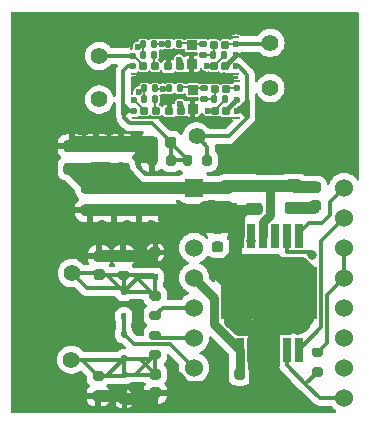
<source format=gtl>
G75*
G70*
%OFA0B0*%
%FSLAX25Y25*%
%IPPOS*%
%LPD*%
%AMOC8*
5,1,8,0,0,1.08239X$1,22.5*
%
%AMM13*
21,1,0.023620,0.018900,0.000000,-0.000000,180.000000*
21,1,0.018900,0.023620,0.000000,-0.000000,180.000000*
1,1,0.004720,-0.009450,-0.009450*
1,1,0.004720,0.009450,-0.009450*
1,1,0.004720,0.009450,0.009450*
1,1,0.004720,-0.009450,0.009450*
%
%AMM14*
21,1,0.019680,0.019680,0.000000,-0.000000,270.000000*
21,1,0.015750,0.023620,0.000000,-0.000000,270.000000*
1,1,0.003940,-0.009840,0.007870*
1,1,0.003940,-0.009840,-0.007870*
1,1,0.003940,0.009840,-0.007870*
1,1,0.003940,0.009840,0.007870*
%
%AMM15*
21,1,0.033470,0.026770,0.000000,-0.000000,270.000000*
21,1,0.026770,0.033470,0.000000,-0.000000,270.000000*
1,1,0.006690,-0.013390,0.013390*
1,1,0.006690,-0.013390,-0.013390*
1,1,0.006690,0.013390,-0.013390*
1,1,0.006690,0.013390,0.013390*
%
%AMM16*
21,1,0.019680,0.019680,0.000000,-0.000000,0.000000*
21,1,0.015750,0.023620,0.000000,-0.000000,0.000000*
1,1,0.003940,0.007870,0.009840*
1,1,0.003940,-0.007870,0.009840*
1,1,0.003940,-0.007870,-0.009840*
1,1,0.003940,0.007870,-0.009840*
%
%ADD10C,0.05512*%
%ADD11R,0.02559X0.07874*%
%ADD12R,0.31890X0.17717*%
%ADD13R,0.06024X0.06024*%
%ADD14C,0.06024*%
%ADD15C,0.02362*%
%ADD16O,0.00787X0.04823*%
%ADD17O,0.36614X0.00787*%
%ADD18C,0.03150*%
%ADD19C,0.03937*%
%ADD20C,0.01181*%
%ADD26C,0.00787*%
%ADD31C,0.01575*%
%ADD44M13*%
%ADD45M14*%
%ADD46M15*%
%ADD47M16*%
X0000000Y0000000D02*
%LPD*%
G01*
G36*
G01*
X0103406Y0012165D02*
X0101240Y0012165D01*
G75*
G02*
X0100453Y0012953I0000000J0000787D01*
G01*
X0100453Y0014528D01*
G75*
G02*
X0101240Y0015315I0000787J0000000D01*
G01*
X0103406Y0015315D01*
G75*
G02*
X0104193Y0014528I0000000J-000787D01*
G01*
X0104193Y0012953D01*
G75*
G02*
X0103406Y0012165I-000787J0000000D01*
G01*
G37*
G36*
G01*
X0103406Y0018661D02*
X0101240Y0018661D01*
G75*
G02*
X0100453Y0019449I0000000J0000787D01*
G01*
X0100453Y0021024D01*
G75*
G02*
X0101240Y0021811I0000787J0000000D01*
G01*
X0103406Y0021811D01*
G75*
G02*
X0104193Y0021024I0000000J-000787D01*
G01*
X0104193Y0019449D01*
G75*
G02*
X0103406Y0018661I-000787J0000000D01*
G01*
G37*
D10*
X0029508Y0119035D03*
G36*
G01*
X0018602Y0090906D02*
X0022343Y0090906D01*
G75*
G02*
X0023327Y0089921I0000000J-000984D01*
G01*
X0023327Y0087953D01*
G75*
G02*
X0022343Y0086969I-000984J0000000D01*
G01*
X0018602Y0086969D01*
G75*
G02*
X0017618Y0087953I0000000J0000984D01*
G01*
X0017618Y0089921D01*
G75*
G02*
X0018602Y0090906I0000984J0000000D01*
G01*
G37*
G36*
G01*
X0018602Y0083425D02*
X0022343Y0083425D01*
G75*
G02*
X0023327Y0082441I0000000J-000984D01*
G01*
X0023327Y0080472D01*
G75*
G02*
X0022343Y0079488I-000984J0000000D01*
G01*
X0018602Y0079488D01*
G75*
G02*
X0017618Y0080472I0000000J0000984D01*
G01*
X0017618Y0082441D01*
G75*
G02*
X0018602Y0083425I0000984J0000000D01*
G01*
G37*
G36*
G01*
X0028248Y0065669D02*
X0024508Y0065669D01*
G75*
G02*
X0023524Y0066654I0000000J0000984D01*
G01*
X0023524Y0068622D01*
G75*
G02*
X0024508Y0069606I0000984J0000000D01*
G01*
X0028248Y0069606D01*
G75*
G02*
X0029232Y0068622I0000000J-000984D01*
G01*
X0029232Y0066654D01*
G75*
G02*
X0028248Y0065669I-000984J0000000D01*
G01*
G37*
G36*
G01*
X0028248Y0073150D02*
X0024508Y0073150D01*
G75*
G02*
X0023524Y0074134I0000000J0000984D01*
G01*
X0023524Y0076102D01*
G75*
G02*
X0024508Y0077087I0000984J0000000D01*
G01*
X0028248Y0077087D01*
G75*
G02*
X0029232Y0076102I0000000J-000984D01*
G01*
X0029232Y0074134D01*
G75*
G02*
X0028248Y0073150I-000984J0000000D01*
G01*
G37*
G36*
G01*
X0034980Y0090984D02*
X0038720Y0090984D01*
G75*
G02*
X0039705Y0090000I0000000J-000984D01*
G01*
X0039705Y0088031D01*
G75*
G02*
X0038720Y0087047I-000984J0000000D01*
G01*
X0034980Y0087047D01*
G75*
G02*
X0033996Y0088031I0000000J0000984D01*
G01*
X0033996Y0090000D01*
G75*
G02*
X0034980Y0090984I0000984J0000000D01*
G01*
G37*
G36*
G01*
X0034980Y0083504D02*
X0038720Y0083504D01*
G75*
G02*
X0039705Y0082520I0000000J-000984D01*
G01*
X0039705Y0080551D01*
G75*
G02*
X0038720Y0079567I-000984J0000000D01*
G01*
X0034980Y0079567D01*
G75*
G02*
X0033996Y0080551I0000000J0000984D01*
G01*
X0033996Y0082520D01*
G75*
G02*
X0034980Y0083504I0000984J0000000D01*
G01*
G37*
G36*
G01*
X0067087Y0085366D02*
X0067087Y0083201D01*
G75*
G02*
X0066299Y0082413I-000787J0000000D01*
G01*
X0064724Y0082413D01*
G75*
G02*
X0063937Y0083201I0000000J0000787D01*
G01*
X0063937Y0085366D01*
G75*
G02*
X0064724Y0086154I0000787J0000000D01*
G01*
X0066299Y0086154D01*
G75*
G02*
X0067087Y0085366I0000000J-000787D01*
G01*
G37*
G36*
G01*
X0060591Y0085366D02*
X0060591Y0083201D01*
G75*
G02*
X0059803Y0082413I-000787J0000000D01*
G01*
X0058228Y0082413D01*
G75*
G02*
X0057441Y0083201I0000000J0000787D01*
G01*
X0057441Y0085366D01*
G75*
G02*
X0058228Y0086154I0000787J0000000D01*
G01*
X0059803Y0086154D01*
G75*
G02*
X0060591Y0085366I0000000J-000787D01*
G01*
G37*
G36*
G01*
X0055087Y0085366D02*
X0055087Y0083201D01*
G75*
G02*
X0054299Y0082413I-000787J0000000D01*
G01*
X0052724Y0082413D01*
G75*
G02*
X0051937Y0083201I0000000J0000787D01*
G01*
X0051937Y0085366D01*
G75*
G02*
X0052724Y0086154I0000787J0000000D01*
G01*
X0054299Y0086154D01*
G75*
G02*
X0055087Y0085366I0000000J-000787D01*
G01*
G37*
G36*
G01*
X0048591Y0085366D02*
X0048591Y0083201D01*
G75*
G02*
X0047803Y0082413I-000787J0000000D01*
G01*
X0046228Y0082413D01*
G75*
G02*
X0045441Y0083201I0000000J0000787D01*
G01*
X0045441Y0085366D01*
G75*
G02*
X0046228Y0086154I0000787J0000000D01*
G01*
X0047803Y0086154D01*
G75*
G02*
X0048591Y0085366I0000000J-000787D01*
G01*
G37*
G36*
G01*
X0047087Y0040610D02*
X0049252Y0040610D01*
G75*
G02*
X0050039Y0039823I0000000J-000787D01*
G01*
X0050039Y0038248D01*
G75*
G02*
X0049252Y0037461I-000787J0000000D01*
G01*
X0047087Y0037461D01*
G75*
G02*
X0046299Y0038248I0000000J0000787D01*
G01*
X0046299Y0039823D01*
G75*
G02*
X0047087Y0040610I0000787J0000000D01*
G01*
G37*
G36*
G01*
X0047087Y0034114D02*
X0049252Y0034114D01*
G75*
G02*
X0050039Y0033327I0000000J-000787D01*
G01*
X0050039Y0031752D01*
G75*
G02*
X0049252Y0030965I-000787J0000000D01*
G01*
X0047087Y0030965D01*
G75*
G02*
X0046299Y0031752I0000000J0000787D01*
G01*
X0046299Y0033327D01*
G75*
G02*
X0047087Y0034114I0000787J0000000D01*
G01*
G37*
G36*
G01*
X0083012Y0066142D02*
X0079272Y0066142D01*
G75*
G02*
X0078287Y0067126I0000000J0000984D01*
G01*
X0078287Y0069094D01*
G75*
G02*
X0079272Y0070079I0000984J0000000D01*
G01*
X0083012Y0070079D01*
G75*
G02*
X0083996Y0069094I0000000J-000984D01*
G01*
X0083996Y0067126D01*
G75*
G02*
X0083012Y0066142I-000984J0000000D01*
G01*
G37*
G36*
G01*
X0083012Y0073622D02*
X0079272Y0073622D01*
G75*
G02*
X0078287Y0074606I0000000J0000984D01*
G01*
X0078287Y0076575D01*
G75*
G02*
X0079272Y0077559I0000984J0000000D01*
G01*
X0083012Y0077559D01*
G75*
G02*
X0083996Y0076575I0000000J-000984D01*
G01*
X0083996Y0074606D01*
G75*
G02*
X0083012Y0073622I-000984J0000000D01*
G01*
G37*
X0029508Y0104547D03*
G36*
G01*
X0048730Y0044094D02*
X0047844Y0044094D01*
G75*
G02*
X0047402Y0044537I0000000J0000443D01*
G01*
X0047402Y0046014D01*
G75*
G02*
X0047844Y0046457I0000443J0000000D01*
G01*
X0048730Y0046457D01*
G75*
G02*
X0049173Y0046014I0000000J-000443D01*
G01*
X0049173Y0044537D01*
G75*
G02*
X0048730Y0044094I-000443J0000000D01*
G01*
G37*
G36*
G01*
X0048730Y0052362D02*
X0047844Y0052362D01*
G75*
G02*
X0047402Y0052805I0000000J0000443D01*
G01*
X0047402Y0054281D01*
G75*
G02*
X0047844Y0054724I0000443J0000000D01*
G01*
X0048730Y0054724D01*
G75*
G02*
X0049173Y0054281I0000000J-000443D01*
G01*
X0049173Y0052805D01*
G75*
G02*
X0048730Y0052362I-000443J0000000D01*
G01*
G37*
G36*
G01*
X0037333Y0027559D02*
X0038219Y0027559D01*
G75*
G02*
X0038661Y0027116I0000000J-000443D01*
G01*
X0038661Y0025640D01*
G75*
G02*
X0038219Y0025197I-000443J0000000D01*
G01*
X0037333Y0025197D01*
G75*
G02*
X0036890Y0025640I0000000J0000443D01*
G01*
X0036890Y0027116D01*
G75*
G02*
X0037333Y0027559I0000443J0000000D01*
G01*
G37*
G36*
G01*
X0037333Y0019291D02*
X0038219Y0019291D01*
G75*
G02*
X0038661Y0018848I0000000J-000443D01*
G01*
X0038661Y0017372D01*
G75*
G02*
X0038219Y0016929I-000443J0000000D01*
G01*
X0037333Y0016929D01*
G75*
G02*
X0036890Y0017372I0000000J0000443D01*
G01*
X0036890Y0018848D01*
G75*
G02*
X0037333Y0019291I0000443J0000000D01*
G01*
G37*
G36*
G01*
X0084272Y0014016D02*
X0084272Y0012047D01*
G75*
G02*
X0083386Y0011161I-000886J0000000D01*
G01*
X0081614Y0011161D01*
G75*
G02*
X0080728Y0012047I0000000J0000886D01*
G01*
X0080728Y0014016D01*
G75*
G02*
X0081614Y0014902I0000886J0000000D01*
G01*
X0083386Y0014902D01*
G75*
G02*
X0084272Y0014016I0000000J-000886D01*
G01*
G37*
G36*
G01*
X0078169Y0014016D02*
X0078169Y0012047D01*
G75*
G02*
X0077283Y0011161I-000886J0000000D01*
G01*
X0075512Y0011161D01*
G75*
G02*
X0074626Y0012047I0000000J0000886D01*
G01*
X0074626Y0014016D01*
G75*
G02*
X0075512Y0014902I0000886J0000000D01*
G01*
X0077283Y0014902D01*
G75*
G02*
X0078169Y0014016I0000000J-000886D01*
G01*
G37*
X0086594Y0108406D03*
G36*
G01*
X0028602Y0054035D02*
X0030571Y0054035D01*
G75*
G02*
X0031457Y0053150I0000000J-000886D01*
G01*
X0031457Y0051378D01*
G75*
G02*
X0030571Y0050492I-000886J0000000D01*
G01*
X0028602Y0050492D01*
G75*
G02*
X0027717Y0051378I0000000J0000886D01*
G01*
X0027717Y0053150D01*
G75*
G02*
X0028602Y0054035I0000886J0000000D01*
G01*
G37*
G36*
G01*
X0028602Y0047933D02*
X0030571Y0047933D01*
G75*
G02*
X0031457Y0047047I0000000J-000886D01*
G01*
X0031457Y0045276D01*
G75*
G02*
X0030571Y0044390I-000886J0000000D01*
G01*
X0028602Y0044390D01*
G75*
G02*
X0027717Y0045276I0000000J0000886D01*
G01*
X0027717Y0047047D01*
G75*
G02*
X0028602Y0047933I0000886J0000000D01*
G01*
G37*
X0086594Y0123445D03*
G36*
G01*
X0026752Y0091024D02*
X0030492Y0091024D01*
G75*
G02*
X0031476Y0090039I0000000J-000984D01*
G01*
X0031476Y0088071D01*
G75*
G02*
X0030492Y0087087I-000984J0000000D01*
G01*
X0026752Y0087087D01*
G75*
G02*
X0025768Y0088071I0000000J0000984D01*
G01*
X0025768Y0090039D01*
G75*
G02*
X0026752Y0091024I0000984J0000000D01*
G01*
G37*
G36*
G01*
X0026752Y0083543D02*
X0030492Y0083543D01*
G75*
G02*
X0031476Y0082559I0000000J-000984D01*
G01*
X0031476Y0080591D01*
G75*
G02*
X0030492Y0079606I-000984J0000000D01*
G01*
X0026752Y0079606D01*
G75*
G02*
X0025768Y0080591I0000000J0000984D01*
G01*
X0025768Y0082559D01*
G75*
G02*
X0026752Y0083543I0000984J0000000D01*
G01*
G37*
G36*
G01*
X0038179Y0031024D02*
X0037293Y0031024D01*
G75*
G02*
X0036850Y0031467I0000000J0000443D01*
G01*
X0036850Y0032943D01*
G75*
G02*
X0037293Y0033386I0000443J0000000D01*
G01*
X0038179Y0033386D01*
G75*
G02*
X0038622Y0032943I0000000J-000443D01*
G01*
X0038622Y0031467D01*
G75*
G02*
X0038179Y0031024I-000443J0000000D01*
G01*
G37*
G36*
G01*
X0038179Y0039291D02*
X0037293Y0039291D01*
G75*
G02*
X0036850Y0039734I0000000J0000443D01*
G01*
X0036850Y0041211D01*
G75*
G02*
X0037293Y0041654I0000443J0000000D01*
G01*
X0038179Y0041654D01*
G75*
G02*
X0038622Y0041211I0000000J-000443D01*
G01*
X0038622Y0039734D01*
G75*
G02*
X0038179Y0039291I-000443J0000000D01*
G01*
G37*
X0020295Y0017795D03*
D11*
X0096004Y0058937D03*
X0092067Y0058937D03*
X0088130Y0058937D03*
X0084193Y0058937D03*
X0080256Y0058937D03*
X0076319Y0058937D03*
X0076319Y0021142D03*
X0080256Y0021142D03*
X0084193Y0021142D03*
X0088130Y0021142D03*
X0092067Y0021142D03*
X0096004Y0021142D03*
D12*
X0086161Y0040039D03*
G36*
G01*
X0052933Y0065669D02*
X0049193Y0065669D01*
G75*
G02*
X0048209Y0066654I0000000J0000984D01*
G01*
X0048209Y0068622D01*
G75*
G02*
X0049193Y0069606I0000984J0000000D01*
G01*
X0052933Y0069606D01*
G75*
G02*
X0053917Y0068622I0000000J-000984D01*
G01*
X0053917Y0066654D01*
G75*
G02*
X0052933Y0065669I-000984J0000000D01*
G01*
G37*
G36*
G01*
X0052933Y0073150D02*
X0049193Y0073150D01*
G75*
G02*
X0048209Y0074134I0000000J0000984D01*
G01*
X0048209Y0076102D01*
G75*
G02*
X0049193Y0077087I0000984J0000000D01*
G01*
X0052933Y0077087D01*
G75*
G02*
X0053917Y0076102I0000000J-000984D01*
G01*
X0053917Y0074134D01*
G75*
G02*
X0052933Y0073150I-000984J0000000D01*
G01*
G37*
G36*
G01*
X0067992Y0063307D02*
X0069961Y0063307D01*
G75*
G02*
X0070846Y0062421I0000000J-000886D01*
G01*
X0070846Y0060650D01*
G75*
G02*
X0069961Y0059764I-000886J0000000D01*
G01*
X0067992Y0059764D01*
G75*
G02*
X0067106Y0060650I0000000J0000886D01*
G01*
X0067106Y0062421D01*
G75*
G02*
X0067992Y0063307I0000886J0000000D01*
G01*
G37*
G36*
G01*
X0067992Y0057205D02*
X0069961Y0057205D01*
G75*
G02*
X0070846Y0056319I0000000J-000886D01*
G01*
X0070846Y0054547D01*
G75*
G02*
X0069961Y0053661I-000886J0000000D01*
G01*
X0067992Y0053661D01*
G75*
G02*
X0067106Y0054547I0000000J0000886D01*
G01*
X0067106Y0056319D01*
G75*
G02*
X0067992Y0057205I0000886J0000000D01*
G01*
G37*
G36*
G01*
X0036476Y0065630D02*
X0032736Y0065630D01*
G75*
G02*
X0031752Y0066614I0000000J0000984D01*
G01*
X0031752Y0068583D01*
G75*
G02*
X0032736Y0069567I0000984J0000000D01*
G01*
X0036476Y0069567D01*
G75*
G02*
X0037461Y0068583I0000000J-000984D01*
G01*
X0037461Y0066614D01*
G75*
G02*
X0036476Y0065630I-000984J0000000D01*
G01*
G37*
G36*
G01*
X0036476Y0073110D02*
X0032736Y0073110D01*
G75*
G02*
X0031752Y0074094I0000000J0000984D01*
G01*
X0031752Y0076063D01*
G75*
G02*
X0032736Y0077047I0000984J0000000D01*
G01*
X0036476Y0077047D01*
G75*
G02*
X0037461Y0076063I0000000J-000984D01*
G01*
X0037461Y0074094D01*
G75*
G02*
X0036476Y0073110I-000984J0000000D01*
G01*
G37*
G36*
G01*
X0049193Y0005059D02*
X0047224Y0005059D01*
G75*
G02*
X0046339Y0005945I0000000J0000886D01*
G01*
X0046339Y0007717D01*
G75*
G02*
X0047224Y0008602I0000886J0000000D01*
G01*
X0049193Y0008602D01*
G75*
G02*
X0050079Y0007717I0000000J-000886D01*
G01*
X0050079Y0005945D01*
G75*
G02*
X0049193Y0005059I-000886J0000000D01*
G01*
G37*
G36*
G01*
X0049193Y0011161D02*
X0047224Y0011161D01*
G75*
G02*
X0046339Y0012047I0000000J0000886D01*
G01*
X0046339Y0013819D01*
G75*
G02*
X0047224Y0014705I0000886J0000000D01*
G01*
X0049193Y0014705D01*
G75*
G02*
X0050079Y0013819I0000000J-000886D01*
G01*
X0050079Y0012047D01*
G75*
G02*
X0049193Y0011161I-000886J0000000D01*
G01*
G37*
G36*
G01*
X0049252Y0017874D02*
X0047087Y0017874D01*
G75*
G02*
X0046299Y0018661I0000000J0000787D01*
G01*
X0046299Y0020236D01*
G75*
G02*
X0047087Y0021024I0000787J0000000D01*
G01*
X0049252Y0021024D01*
G75*
G02*
X0050039Y0020236I0000000J-000787D01*
G01*
X0050039Y0018661D01*
G75*
G02*
X0049252Y0017874I-000787J0000000D01*
G01*
G37*
G36*
G01*
X0049252Y0024370D02*
X0047087Y0024370D01*
G75*
G02*
X0046299Y0025157I0000000J0000787D01*
G01*
X0046299Y0026732D01*
G75*
G02*
X0047087Y0027520I0000787J0000000D01*
G01*
X0049252Y0027520D01*
G75*
G02*
X0050039Y0026732I0000000J-000787D01*
G01*
X0050039Y0025157D01*
G75*
G02*
X0049252Y0024370I-000787J0000000D01*
G01*
G37*
G36*
G01*
X0044705Y0065669D02*
X0040965Y0065669D01*
G75*
G02*
X0039980Y0066654I0000000J0000984D01*
G01*
X0039980Y0068622D01*
G75*
G02*
X0040965Y0069606I0000984J0000000D01*
G01*
X0044705Y0069606D01*
G75*
G02*
X0045689Y0068622I0000000J-000984D01*
G01*
X0045689Y0066654D01*
G75*
G02*
X0044705Y0065669I-000984J0000000D01*
G01*
G37*
G36*
G01*
X0044705Y0073150D02*
X0040965Y0073150D01*
G75*
G02*
X0039980Y0074134I0000000J0000984D01*
G01*
X0039980Y0076102D01*
G75*
G02*
X0040965Y0077087I0000984J0000000D01*
G01*
X0044705Y0077087D01*
G75*
G02*
X0045689Y0076102I0000000J-000984D01*
G01*
X0045689Y0074134D01*
G75*
G02*
X0044705Y0073150I-000984J0000000D01*
G01*
G37*
G36*
G01*
X0037451Y0014016D02*
X0038337Y0014016D01*
G75*
G02*
X0038780Y0013573I0000000J-000443D01*
G01*
X0038780Y0012096D01*
G75*
G02*
X0038337Y0011654I-000443J0000000D01*
G01*
X0037451Y0011654D01*
G75*
G02*
X0037008Y0012096I0000000J0000443D01*
G01*
X0037008Y0013573D01*
G75*
G02*
X0037451Y0014016I0000443J0000000D01*
G01*
G37*
G36*
G01*
X0037451Y0005748D02*
X0038337Y0005748D01*
G75*
G02*
X0038780Y0005305I0000000J-000443D01*
G01*
X0038780Y0003829D01*
G75*
G02*
X0038337Y0003386I-000443J0000000D01*
G01*
X0037451Y0003386D01*
G75*
G02*
X0037008Y0003829I0000000J0000443D01*
G01*
X0037008Y0005305D01*
G75*
G02*
X0037451Y0005748I0000443J0000000D01*
G01*
G37*
D10*
X0062067Y0092283D03*
G36*
G01*
X0045441Y0089299D02*
X0045441Y0091268D01*
G75*
G02*
X0046327Y0092154I0000886J0000000D01*
G01*
X0048098Y0092154D01*
G75*
G02*
X0048984Y0091268I0000000J-000886D01*
G01*
X0048984Y0089299D01*
G75*
G02*
X0048098Y0088413I-000886J0000000D01*
G01*
X0046327Y0088413D01*
G75*
G02*
X0045441Y0089299I0000000J0000886D01*
G01*
G37*
G36*
G01*
X0051543Y0089299D02*
X0051543Y0091268D01*
G75*
G02*
X0052429Y0092154I0000886J0000000D01*
G01*
X0054201Y0092154D01*
G75*
G02*
X0055087Y0091268I0000000J-000886D01*
G01*
X0055087Y0089299D01*
G75*
G02*
X0054201Y0088413I-000886J0000000D01*
G01*
X0052429Y0088413D01*
G75*
G02*
X0051543Y0089299I0000000J0000886D01*
G01*
G37*
G36*
G01*
X0036535Y0053996D02*
X0038701Y0053996D01*
G75*
G02*
X0039488Y0053209I0000000J-000787D01*
G01*
X0039488Y0051634D01*
G75*
G02*
X0038701Y0050846I-000787J0000000D01*
G01*
X0036535Y0050846D01*
G75*
G02*
X0035748Y0051634I0000000J0000787D01*
G01*
X0035748Y0053209D01*
G75*
G02*
X0036535Y0053996I0000787J0000000D01*
G01*
G37*
G36*
G01*
X0036535Y0047500D02*
X0038701Y0047500D01*
G75*
G02*
X0039488Y0046713I0000000J-000787D01*
G01*
X0039488Y0045138D01*
G75*
G02*
X0038701Y0044350I-000787J0000000D01*
G01*
X0036535Y0044350D01*
G75*
G02*
X0035748Y0045138I0000000J0000787D01*
G01*
X0035748Y0046713D01*
G75*
G02*
X0036535Y0047500I0000787J0000000D01*
G01*
G37*
G36*
G01*
X0102598Y0067382D02*
X0100630Y0067382D01*
G75*
G02*
X0099744Y0068268I0000000J0000886D01*
G01*
X0099744Y0070039D01*
G75*
G02*
X0100630Y0070925I0000886J0000000D01*
G01*
X0102598Y0070925D01*
G75*
G02*
X0103484Y0070039I0000000J-000886D01*
G01*
X0103484Y0068268D01*
G75*
G02*
X0102598Y0067382I-000886J0000000D01*
G01*
G37*
G36*
G01*
X0102598Y0073484D02*
X0100630Y0073484D01*
G75*
G02*
X0099744Y0074370I0000000J0000886D01*
G01*
X0099744Y0076142D01*
G75*
G02*
X0100630Y0077028I0000886J0000000D01*
G01*
X0102598Y0077028D01*
G75*
G02*
X0103484Y0076142I0000000J-000886D01*
G01*
X0103484Y0074370D01*
G75*
G02*
X0102598Y0073484I-000886J0000000D01*
G01*
G37*
G36*
G01*
X0074783Y0066181D02*
X0071043Y0066181D01*
G75*
G02*
X0070059Y0067165I0000000J0000984D01*
G01*
X0070059Y0069134D01*
G75*
G02*
X0071043Y0070118I0000984J0000000D01*
G01*
X0074783Y0070118D01*
G75*
G02*
X0075768Y0069134I0000000J-000984D01*
G01*
X0075768Y0067165D01*
G75*
G02*
X0074783Y0066181I-000984J0000000D01*
G01*
G37*
G36*
G01*
X0074783Y0073661D02*
X0071043Y0073661D01*
G75*
G02*
X0070059Y0074646I0000000J0000984D01*
G01*
X0070059Y0076614D01*
G75*
G02*
X0071043Y0077598I0000984J0000000D01*
G01*
X0074783Y0077598D01*
G75*
G02*
X0075768Y0076614I0000000J-000984D01*
G01*
X0075768Y0074646D01*
G75*
G02*
X0074783Y0073661I-000984J0000000D01*
G01*
G37*
G36*
G01*
X0030315Y0004232D02*
X0028150Y0004232D01*
G75*
G02*
X0027362Y0005020I0000000J0000787D01*
G01*
X0027362Y0006594D01*
G75*
G02*
X0028150Y0007382I0000787J0000000D01*
G01*
X0030315Y0007382D01*
G75*
G02*
X0031102Y0006594I0000000J-000787D01*
G01*
X0031102Y0005020D01*
G75*
G02*
X0030315Y0004232I-000787J0000000D01*
G01*
G37*
G36*
G01*
X0030315Y0010728D02*
X0028150Y0010728D01*
G75*
G02*
X0027362Y0011516I0000000J0000787D01*
G01*
X0027362Y0013091D01*
G75*
G02*
X0028150Y0013878I0000787J0000000D01*
G01*
X0030315Y0013878D01*
G75*
G02*
X0031102Y0013091I0000000J-000787D01*
G01*
X0031102Y0011516D01*
G75*
G02*
X0030315Y0010728I-000787J0000000D01*
G01*
G37*
G36*
G01*
X0096083Y0066457D02*
X0092343Y0066457D01*
G75*
G02*
X0091358Y0067441I0000000J0000984D01*
G01*
X0091358Y0069409D01*
G75*
G02*
X0092343Y0070394I0000984J0000000D01*
G01*
X0096083Y0070394D01*
G75*
G02*
X0097067Y0069409I0000000J-000984D01*
G01*
X0097067Y0067441D01*
G75*
G02*
X0096083Y0066457I-000984J0000000D01*
G01*
G37*
G36*
G01*
X0096083Y0073937D02*
X0092343Y0073937D01*
G75*
G02*
X0091358Y0074921I0000000J0000984D01*
G01*
X0091358Y0076890D01*
G75*
G02*
X0092343Y0077874I0000984J0000000D01*
G01*
X0096083Y0077874D01*
G75*
G02*
X0097067Y0076890I0000000J-000984D01*
G01*
X0097067Y0074921D01*
G75*
G02*
X0096083Y0073937I-000984J0000000D01*
G01*
G37*
X0020413Y0046693D03*
D13*
X0061161Y0075039D03*
D14*
X0061161Y0065039D03*
X0061161Y0055039D03*
X0061161Y0045039D03*
X0061161Y0035039D03*
X0061161Y0025039D03*
X0061161Y0015039D03*
X0061161Y0005039D03*
X0111161Y0005039D03*
X0111161Y0015039D03*
X0111161Y0025039D03*
X0111161Y0035039D03*
X0111161Y0045039D03*
X0111161Y0055039D03*
X0111161Y0065039D03*
X0111161Y0075039D03*
D15*
X0075157Y0115551D03*
D16*
X0040118Y0123327D03*
D17*
X0058031Y0125394D03*
X0058031Y0113189D03*
D15*
X0075157Y0119291D03*
X0075157Y0123032D03*
X0040906Y0119095D03*
X0040906Y0115551D03*
X0075453Y0100728D03*
D16*
X0040413Y0108504D03*
D17*
X0058327Y0110571D03*
X0058327Y0098366D03*
D15*
X0075453Y0104469D03*
X0075453Y0108209D03*
X0041201Y0104272D03*
X0041201Y0100728D03*
D18*
X0068937Y0055394D03*
X0080197Y0057323D03*
X0082756Y0039724D03*
X0079252Y0032835D03*
X0072205Y0046890D03*
X0086299Y0036339D03*
X0072126Y0032598D03*
X0079252Y0039803D03*
X0026339Y0067598D03*
X0034646Y0067402D03*
X0096693Y0040039D03*
X0100276Y0043661D03*
X0088150Y0020945D03*
X0094331Y0068307D03*
X0093268Y0032992D03*
X0072165Y0036063D03*
X0075709Y0032717D03*
X0089724Y0036339D03*
X0101575Y0069016D03*
X0089724Y0032874D03*
X0079291Y0043307D03*
X0073031Y0067992D03*
X0093228Y0046890D03*
X0082717Y0046654D03*
X0071102Y0111929D03*
X0084291Y0020866D03*
X0100236Y0036654D03*
X0100236Y0040157D03*
X0100236Y0033189D03*
X0079213Y0046732D03*
X0082795Y0043228D03*
X0043307Y0111890D03*
X0084134Y0051142D03*
X0072205Y0039646D03*
X0067047Y0049094D03*
X0075709Y0036181D03*
X0051055Y0067803D03*
X0093268Y0036457D03*
X0082756Y0036220D03*
X0079252Y0036299D03*
X0086260Y0046772D03*
X0095472Y0027756D03*
X0100197Y0047087D03*
X0089764Y0043346D03*
X0089685Y0046772D03*
X0096654Y0046969D03*
X0096693Y0036535D03*
X0089724Y0039843D03*
X0069882Y0096417D03*
X0072244Y0043228D03*
X0054213Y0096378D03*
X0057953Y0111811D03*
X0096732Y0043543D03*
X0082756Y0032756D03*
X0093268Y0039961D03*
X0075709Y0039685D03*
X0093307Y0043465D03*
X0086299Y0039843D03*
X0082559Y0013071D03*
X0080354Y0020748D03*
X0076260Y0027717D03*
X0075669Y0046614D03*
X0075748Y0043189D03*
X0086339Y0043346D03*
X0086299Y0032874D03*
X0042874Y0067638D03*
X0081339Y0067992D03*
X0096693Y0033071D03*
X0100591Y0052717D03*
D18*
X0073346Y0036063D02*
X0072677Y0035394D01*
D19*
X0055394Y0011969D02*
X0058563Y0008799D01*
X0051063Y0067638D02*
X0051063Y0064811D01*
X0069567Y0064803D02*
X0065709Y0064803D01*
X0087393Y0050127D02*
X0097056Y0050127D01*
X0034409Y0067638D02*
X0034646Y0067402D01*
D18*
X0085344Y0015876D02*
X0082559Y0013091D01*
X0072638Y0030472D02*
X0074724Y0028386D01*
D19*
X0036850Y0089016D02*
X0020551Y0089016D01*
D18*
X0099606Y0031339D02*
X0096339Y0028071D01*
X0080335Y0027067D02*
X0080335Y0021142D01*
X0096181Y0028228D02*
X0095945Y0028228D01*
X0076161Y0031240D02*
X0080335Y0027067D01*
X0093012Y0040335D02*
X0088130Y0035453D01*
X0082559Y0013091D02*
X0082559Y0013071D01*
X0098937Y0042323D02*
X0100276Y0043661D01*
X0084469Y0020866D02*
X0085344Y0019990D01*
X0084764Y0027677D02*
X0084193Y0021142D01*
X0098937Y0045000D02*
X0098937Y0046260D01*
X0088130Y0020925D02*
X0088130Y0018661D01*
X0084193Y0021811D02*
X0080335Y0025669D01*
D19*
X0064646Y0009173D02*
X0065276Y0008543D01*
D18*
X0080335Y0025669D02*
X0080335Y0021142D01*
X0085344Y0019990D02*
X0085344Y0015876D01*
X0095472Y0027756D02*
X0095000Y0028228D01*
D19*
X0061161Y0008799D02*
X0061181Y0008819D01*
X0083819Y0050827D02*
X0084134Y0051142D01*
D18*
X0074724Y0028386D02*
X0075669Y0027441D01*
D19*
X0047165Y0052421D02*
X0048287Y0053543D01*
D18*
X0093228Y0028189D02*
X0093228Y0032756D01*
X0084291Y0021043D02*
X0084291Y0020866D01*
D19*
X0061161Y0065039D02*
X0064665Y0068543D01*
D18*
X0084193Y0033996D02*
X0085079Y0033701D01*
D19*
X0061161Y0065039D02*
X0065472Y0065039D01*
X0072520Y0068543D02*
X0072913Y0068150D01*
X0055394Y0010807D02*
X0055394Y0011969D01*
X0100984Y0068425D02*
X0101575Y0069016D01*
D18*
X0084193Y0021142D02*
X0084193Y0031516D01*
X0082500Y0013031D02*
X0080335Y0015197D01*
X0088130Y0030866D02*
X0088130Y0028228D01*
X0082756Y0008976D02*
X0084567Y0008976D01*
X0085344Y0013071D02*
X0085344Y0015876D01*
D19*
X0051063Y0064811D02*
X0051055Y0064803D01*
D18*
X0088130Y0018661D02*
X0085344Y0015876D01*
X0080335Y0021142D02*
X0088130Y0021142D01*
D19*
X0037461Y0052264D02*
X0037618Y0052421D01*
D18*
X0093268Y0028228D02*
X0093228Y0028189D01*
X0093012Y0040335D02*
X0094921Y0042244D01*
X0072244Y0043228D02*
X0072205Y0039646D01*
D19*
X0051063Y0067638D02*
X0058563Y0067638D01*
D18*
X0099606Y0033307D02*
X0100236Y0033189D01*
D19*
X0073031Y0067992D02*
X0075925Y0065098D01*
D18*
X0088150Y0020945D02*
X0088150Y0024291D01*
X0080335Y0027067D02*
X0080335Y0025669D01*
X0094921Y0042244D02*
X0100236Y0040157D01*
X0080354Y0020748D02*
X0080827Y0020276D01*
X0072638Y0031240D02*
X0072638Y0032087D01*
X0088150Y0020945D02*
X0088150Y0015876D01*
D19*
X0065709Y0064803D02*
X0068976Y0061535D01*
X0084449Y0050827D02*
X0086693Y0050827D01*
D18*
X0082500Y0013031D02*
X0082500Y0019449D01*
X0098937Y0042244D02*
X0098937Y0042323D01*
X0075551Y0068110D02*
X0081142Y0068110D01*
X0072165Y0034882D02*
X0072165Y0036063D01*
X0076260Y0027717D02*
X0076535Y0027441D01*
D19*
X0072677Y0067638D02*
X0073031Y0067992D01*
X0047213Y0084480D02*
X0047016Y0084283D01*
X0061161Y0005039D02*
X0055394Y0010807D01*
X0047016Y0084283D02*
X0042283Y0089016D01*
D18*
X0080827Y0008976D02*
X0082756Y0008976D01*
D19*
X0051055Y0067803D02*
X0051063Y0067638D01*
D18*
X0093228Y0028189D02*
X0093189Y0028228D01*
X0098937Y0046260D02*
X0099409Y0046732D01*
D19*
X0084134Y0051142D02*
X0084449Y0050827D01*
X0068307Y0049646D02*
X0067047Y0049094D01*
D18*
X0099409Y0046732D02*
X0097441Y0046732D01*
D19*
X0073602Y0061654D02*
X0076003Y0059253D01*
D18*
X0095945Y0028228D02*
X0095472Y0027756D01*
X0072205Y0046890D02*
X0071299Y0046890D01*
D19*
X0021819Y0090283D02*
X0020472Y0088937D01*
D18*
X0087677Y0030591D02*
X0084764Y0027677D01*
X0080335Y0020768D02*
X0080335Y0021142D01*
X0080354Y0020748D02*
X0080335Y0020768D01*
D19*
X0073031Y0065591D02*
X0068976Y0061535D01*
X0036654Y0005807D02*
X0037894Y0004567D01*
D18*
X0100236Y0033189D02*
X0099606Y0031339D01*
D19*
X0067047Y0049094D02*
X0068307Y0047165D01*
D18*
X0098583Y0033307D02*
X0095866Y0030591D01*
D19*
X0034646Y0067402D02*
X0034882Y0067638D01*
X0074685Y0052638D02*
X0071693Y0049646D01*
D18*
X0076319Y0058937D02*
X0073720Y0061535D01*
X0079961Y0027441D02*
X0080335Y0027067D01*
X0084567Y0008976D02*
X0085344Y0009754D01*
X0088130Y0020965D02*
X0088150Y0020945D01*
X0078406Y0068110D02*
X0081142Y0068110D01*
D19*
X0076142Y0050827D02*
X0072205Y0046890D01*
D18*
X0078031Y0031240D02*
X0072638Y0031240D01*
D19*
X0073031Y0067992D02*
X0073031Y0065591D01*
D18*
X0100236Y0040157D02*
X0098937Y0042244D01*
D19*
X0068307Y0047165D02*
X0072244Y0043228D01*
D18*
X0082559Y0013071D02*
X0082539Y0013071D01*
X0068976Y0061535D02*
X0075551Y0068110D01*
D19*
X0058563Y0067638D02*
X0061161Y0065039D01*
X0020551Y0089016D02*
X0020472Y0088937D01*
X0061181Y0008819D02*
X0064291Y0008819D01*
D18*
X0072638Y0033110D02*
X0072638Y0035354D01*
X0084193Y0021142D02*
X0084193Y0021811D01*
X0082539Y0013071D02*
X0082500Y0013031D01*
X0072126Y0032598D02*
X0072638Y0033110D01*
D19*
X0047213Y0090283D02*
X0021819Y0090283D01*
X0071693Y0049646D02*
X0068307Y0049646D01*
X0064291Y0008819D02*
X0064646Y0009173D01*
D18*
X0072205Y0039646D02*
X0072244Y0040591D01*
X0084764Y0027677D02*
X0084941Y0027677D01*
D19*
X0065472Y0065039D02*
X0065709Y0064803D01*
D18*
X0072205Y0045984D02*
X0072205Y0046890D01*
X0082756Y0008976D02*
X0082756Y0012874D01*
D19*
X0072913Y0068150D02*
X0069567Y0064803D01*
D18*
X0072638Y0031240D02*
X0072638Y0030472D01*
D19*
X0051291Y0065039D02*
X0051063Y0064811D01*
D18*
X0068976Y0061535D02*
X0054323Y0061535D01*
X0084941Y0027677D02*
X0088130Y0030866D01*
D19*
X0064665Y0068543D02*
X0072520Y0068543D01*
X0034882Y0067638D02*
X0042874Y0067638D01*
X0037894Y0004567D02*
X0045945Y0004567D01*
X0057126Y0003563D02*
X0057126Y0008228D01*
D18*
X0095866Y0030591D02*
X0087677Y0030591D01*
D19*
X0074685Y0066378D02*
X0074685Y0052638D01*
D18*
X0080354Y0020748D02*
X0080354Y0028976D01*
D19*
X0058563Y0008799D02*
X0061161Y0008799D01*
D18*
X0095000Y0028228D02*
X0093268Y0028228D01*
X0076535Y0027441D02*
X0077480Y0027441D01*
X0088150Y0015876D02*
X0085344Y0013071D01*
X0080335Y0020728D02*
X0080354Y0020748D01*
D19*
X0073602Y0067421D02*
X0073602Y0061654D01*
X0075925Y0065098D02*
X0075925Y0058937D01*
X0072913Y0068150D02*
X0074685Y0066378D01*
X0100096Y0047087D02*
X0100197Y0047087D01*
D18*
X0084193Y0021142D02*
X0084291Y0021043D01*
D19*
X0051063Y0067638D02*
X0072677Y0067638D01*
D18*
X0088130Y0021142D02*
X0078031Y0031240D01*
X0072047Y0046142D02*
X0072205Y0045984D01*
X0077480Y0027441D02*
X0079961Y0027441D01*
D19*
X0073031Y0067992D02*
X0073602Y0067421D01*
X0078661Y0050827D02*
X0083819Y0050827D01*
D18*
X0088130Y0021142D02*
X0088130Y0020965D01*
X0099606Y0033307D02*
X0098583Y0033307D01*
X0075669Y0027441D02*
X0075984Y0027441D01*
X0088130Y0021142D02*
X0088130Y0028228D01*
X0082500Y0019449D02*
X0084193Y0021142D01*
X0075984Y0027441D02*
X0076260Y0027717D01*
D19*
X0078661Y0050827D02*
X0076142Y0050827D01*
D18*
X0085344Y0009754D02*
X0085344Y0013071D01*
D19*
X0065276Y0008543D02*
X0065276Y0003701D01*
X0074685Y0052638D02*
X0076496Y0050827D01*
D18*
X0071299Y0046890D02*
X0084193Y0033996D01*
D19*
X0058701Y0001988D02*
X0057126Y0003563D01*
D18*
X0076319Y0058937D02*
X0076319Y0066024D01*
D19*
X0065276Y0003701D02*
X0063563Y0001988D01*
D18*
X0093583Y0047067D02*
X0093012Y0046496D01*
X0080335Y0015197D02*
X0080335Y0020728D01*
D19*
X0097056Y0050127D02*
X0100096Y0047087D01*
X0076496Y0050827D02*
X0078661Y0050827D01*
X0042283Y0089016D02*
X0036850Y0089016D01*
D18*
X0100276Y0043661D02*
X0098937Y0045000D01*
X0085079Y0033701D02*
X0084764Y0027677D01*
D19*
X0029232Y0005807D02*
X0036654Y0005807D01*
X0086693Y0050827D02*
X0087393Y0050127D01*
X0026378Y0067638D02*
X0026339Y0067598D01*
D18*
X0092717Y0027677D02*
X0093228Y0028189D01*
X0084764Y0027677D02*
X0092717Y0027677D01*
D19*
X0063563Y0001988D02*
X0058701Y0001988D01*
X0026339Y0067598D02*
X0034409Y0067638D01*
D18*
X0080827Y0020276D02*
X0080827Y0008976D01*
X0084291Y0020866D02*
X0084469Y0020866D01*
X0084193Y0031516D02*
X0099409Y0046732D01*
X0072638Y0031240D02*
X0076161Y0031240D01*
X0093189Y0028228D02*
X0088130Y0028228D01*
X0073720Y0061535D02*
X0068976Y0061535D01*
X0072638Y0035354D02*
X0072165Y0034882D01*
X0080354Y0028976D02*
X0085079Y0033701D01*
D19*
X0042874Y0067638D02*
X0051063Y0067638D01*
D18*
X0088150Y0020945D02*
X0088130Y0020925D01*
X0088150Y0024291D02*
X0084764Y0027677D01*
X0072244Y0043189D02*
X0072244Y0043228D01*
X0072165Y0036063D02*
X0073346Y0036063D01*
D19*
X0094213Y0068425D02*
X0100984Y0068425D01*
X0061161Y0065039D02*
X0051291Y0065039D01*
D18*
X0082756Y0012874D02*
X0082559Y0013071D01*
X0093228Y0032756D02*
X0093661Y0033189D01*
X0054323Y0061535D02*
X0051055Y0064803D01*
X0088130Y0035453D02*
X0088130Y0030866D01*
D19*
X0045945Y0004567D02*
X0048209Y0006831D01*
D18*
X0076319Y0066024D02*
X0078406Y0068110D01*
D19*
X0029587Y0052264D02*
X0037461Y0052264D01*
D18*
X0072638Y0032087D02*
X0072126Y0032598D01*
D19*
X0037618Y0052421D02*
X0047165Y0052421D01*
X0047213Y0090283D02*
X0047213Y0084480D01*
D18*
X0096339Y0028071D02*
X0096181Y0028228D01*
X0076398Y0021063D02*
X0076319Y0021142D01*
X0076398Y0013031D02*
X0076398Y0021063D01*
X0067854Y0029606D02*
X0076319Y0021142D01*
X0061161Y0045039D02*
X0067854Y0038346D01*
X0067854Y0038346D02*
X0067854Y0029606D01*
D20*
X0103051Y0005039D02*
X0111161Y0005039D01*
X0098593Y0010010D02*
X0098593Y0009498D01*
X0092067Y0021142D02*
X0092067Y0016024D01*
X0092067Y0016024D02*
X0098593Y0009498D01*
X0098593Y0009498D02*
X0103051Y0005039D01*
X0102323Y0013740D02*
X0098593Y0010010D01*
X0103543Y0028681D02*
X0103543Y0057421D01*
X0096004Y0021142D02*
X0103543Y0028681D01*
X0103543Y0057421D02*
X0111161Y0065039D01*
X0061161Y0015039D02*
X0053209Y0022992D01*
X0053209Y0022992D02*
X0041161Y0022992D01*
X0111161Y0055039D02*
X0111161Y0045039D01*
X0041161Y0022992D02*
X0037776Y0026378D01*
X0037736Y0032205D02*
X0037736Y0026417D01*
X0092067Y0058937D02*
X0092067Y0053819D01*
X0099685Y0053622D02*
X0100591Y0052717D01*
X0105512Y0023425D02*
X0105512Y0039390D01*
X0092264Y0053622D02*
X0099685Y0053622D01*
X0102323Y0020236D02*
X0105512Y0023425D01*
X0105512Y0039390D02*
X0111161Y0045039D01*
X0037736Y0026417D02*
X0037776Y0026378D01*
X0092067Y0053819D02*
X0092264Y0053622D01*
D19*
X0028622Y0081575D02*
X0028622Y0077362D01*
X0061083Y0075118D02*
X0061161Y0075039D01*
X0028622Y0081575D02*
X0032598Y0081575D01*
X0072323Y0075039D02*
X0072913Y0075630D01*
X0036850Y0077323D02*
X0034606Y0075079D01*
X0094862Y0075256D02*
X0094213Y0075906D01*
D18*
X0084193Y0058937D02*
X0084193Y0063574D01*
D19*
X0032598Y0081575D02*
X0036850Y0077323D01*
X0051063Y0075118D02*
X0054409Y0075118D01*
X0036850Y0081535D02*
X0036850Y0077323D01*
X0051063Y0075118D02*
X0026378Y0075118D01*
X0061161Y0075039D02*
X0072323Y0075039D01*
D18*
X0084193Y0063574D02*
X0086614Y0065996D01*
D19*
X0036850Y0081102D02*
X0042835Y0075118D01*
X0101614Y0075256D02*
X0094862Y0075256D01*
X0072913Y0075630D02*
X0081102Y0075630D01*
X0020472Y0081457D02*
X0023110Y0081457D01*
X0020472Y0081457D02*
X0036772Y0081457D01*
X0086614Y0075591D02*
X0093898Y0075591D01*
X0036772Y0081457D02*
X0036850Y0081535D01*
X0023110Y0081457D02*
X0027913Y0076654D01*
X0028622Y0081063D02*
X0034606Y0075079D01*
X0081142Y0075591D02*
X0086614Y0075591D01*
X0027913Y0076654D02*
X0026378Y0075118D01*
X0054409Y0075118D02*
X0061083Y0075118D01*
X0036850Y0081535D02*
X0036850Y0081102D01*
X0028622Y0081575D02*
X0028622Y0081063D01*
X0036850Y0081535D02*
X0043268Y0075118D01*
X0020472Y0081457D02*
X0020472Y0081024D01*
X0028622Y0077362D02*
X0027913Y0076654D01*
X0081102Y0075630D02*
X0081142Y0075591D01*
X0043268Y0075118D02*
X0054409Y0075118D01*
X0093898Y0075591D02*
X0094213Y0075906D01*
X0020472Y0081024D02*
X0026378Y0075118D01*
D18*
X0086614Y0065996D02*
X0086614Y0075591D01*
D20*
X0046732Y0040472D02*
X0048169Y0039035D01*
X0037618Y0045925D02*
X0041280Y0045925D01*
X0037382Y0046161D02*
X0037618Y0045925D01*
X0020413Y0046693D02*
X0025571Y0041535D01*
X0037736Y0040472D02*
X0037736Y0045807D01*
X0036673Y0041535D02*
X0037736Y0040472D01*
X0029055Y0046693D02*
X0029587Y0046161D01*
X0029587Y0046161D02*
X0037382Y0046161D01*
X0020413Y0046693D02*
X0029055Y0046693D01*
X0029587Y0046161D02*
X0032047Y0046161D01*
X0037618Y0045925D02*
X0047638Y0045925D01*
X0047638Y0045925D02*
X0048287Y0045276D01*
X0025571Y0041535D02*
X0036673Y0041535D01*
X0048169Y0045157D02*
X0048287Y0045276D01*
X0041280Y0045925D02*
X0048169Y0039035D01*
X0037736Y0045807D02*
X0037618Y0045925D01*
X0048169Y0039035D02*
X0048169Y0045157D01*
X0042539Y0045276D02*
X0037736Y0040472D01*
X0048287Y0045276D02*
X0042539Y0045276D01*
X0037736Y0040472D02*
X0046732Y0040472D01*
X0032047Y0046161D02*
X0037736Y0040472D01*
X0096004Y0058937D02*
X0096004Y0059882D01*
X0103898Y0063425D02*
X0106535Y0066063D01*
X0106535Y0070413D02*
X0111161Y0075039D01*
X0096004Y0059882D02*
X0099547Y0063425D01*
X0106535Y0066063D02*
X0106535Y0070413D01*
X0099547Y0063425D02*
X0103898Y0063425D01*
X0029232Y0012303D02*
X0037362Y0012303D01*
X0023740Y0017795D02*
X0029232Y0012303D01*
X0020295Y0017795D02*
X0023740Y0017795D01*
X0048169Y0012972D02*
X0048209Y0012933D01*
X0046831Y0018110D02*
X0048169Y0019449D01*
X0037461Y0017795D02*
X0020295Y0017795D01*
X0031969Y0012303D02*
X0037776Y0018110D01*
X0037362Y0012303D02*
X0037894Y0012835D01*
X0037776Y0018110D02*
X0046831Y0018110D01*
X0037776Y0018110D02*
X0037461Y0017795D01*
X0037776Y0012953D02*
X0037894Y0012835D01*
X0043031Y0018110D02*
X0048209Y0012933D01*
X0041555Y0012835D02*
X0037894Y0012835D01*
X0037894Y0012835D02*
X0048110Y0012835D01*
X0029232Y0012303D02*
X0031969Y0012303D01*
X0037776Y0018110D02*
X0043031Y0018110D01*
X0037776Y0018110D02*
X0037776Y0012953D01*
X0048110Y0012835D02*
X0048209Y0012933D01*
X0048169Y0019449D02*
X0041555Y0012835D01*
X0048169Y0019449D02*
X0048169Y0012972D01*
X0050669Y0035039D02*
X0061161Y0035039D01*
X0048169Y0032539D02*
X0050669Y0035039D01*
X0048169Y0025945D02*
X0049075Y0025039D01*
X0049075Y0025039D02*
X0061161Y0025039D01*
X0077638Y0100728D02*
X0077854Y0100728D01*
X0077008Y0102283D02*
X0075453Y0100728D01*
X0075453Y0100728D02*
X0078484Y0100728D01*
X0078858Y0104134D02*
X0078858Y0112781D01*
X0079016Y0102283D02*
X0077008Y0102283D01*
X0075453Y0100728D02*
X0076260Y0101535D01*
X0075453Y0100728D02*
X0078701Y0103976D01*
X0065512Y0088839D02*
X0062067Y0092283D01*
X0077638Y0102598D02*
X0077638Y0101535D01*
X0077854Y0100728D02*
X0079016Y0101890D01*
X0079016Y0100197D02*
X0079016Y0101890D01*
X0078484Y0100728D02*
X0079016Y0100197D01*
X0079016Y0101890D02*
X0079016Y0102283D01*
X0079016Y0098636D02*
X0079016Y0100197D01*
X0076260Y0101535D02*
X0077638Y0101535D01*
X0076088Y0115551D02*
X0075157Y0115551D01*
X0079016Y0103976D02*
X0077638Y0102598D01*
X0075453Y0100728D02*
X0076924Y0100728D01*
X0062067Y0092283D02*
X0072663Y0092283D01*
X0075453Y0100728D02*
X0077638Y0100728D01*
X0079016Y0103976D02*
X0078858Y0104134D01*
X0078858Y0112781D02*
X0076088Y0115551D01*
X0079016Y0102283D02*
X0079016Y0103976D01*
X0077638Y0101535D02*
X0077638Y0100728D01*
X0076924Y0100728D02*
X0079016Y0098636D01*
X0078701Y0103976D02*
X0079016Y0103976D01*
X0065512Y0084283D02*
X0065512Y0088839D01*
X0072663Y0092283D02*
X0079016Y0098636D01*
X0040906Y0115551D02*
X0039235Y0115551D01*
X0037598Y0113914D02*
X0037598Y0102874D01*
X0041201Y0100728D02*
X0039193Y0100728D01*
X0059016Y0084283D02*
X0053512Y0084283D01*
X0039744Y0100728D02*
X0041201Y0100728D01*
X0037598Y0102874D02*
X0037598Y0101378D01*
X0038248Y0100728D02*
X0037598Y0101378D01*
X0053315Y0090283D02*
X0053315Y0089984D01*
X0039235Y0115551D02*
X0037598Y0113914D01*
X0041201Y0100728D02*
X0038248Y0100728D01*
X0053315Y0090283D02*
X0053315Y0084480D01*
X0037598Y0102874D02*
X0039744Y0100728D01*
X0037874Y0099409D02*
X0037874Y0098400D01*
X0053315Y0084480D02*
X0053512Y0084283D01*
X0053315Y0089984D02*
X0059016Y0084283D01*
X0039193Y0100728D02*
X0037874Y0099409D01*
X0047004Y0096594D02*
X0053315Y0090283D01*
X0039680Y0096594D02*
X0047004Y0096594D01*
X0037598Y0101378D02*
X0037598Y0099685D01*
X0037598Y0099685D02*
X0037874Y0099409D01*
X0037874Y0098400D02*
X0039680Y0096594D01*
X0029508Y0119035D02*
X0040846Y0119035D01*
X0040846Y0119035D02*
X0040906Y0119095D01*
X0075157Y0123032D02*
X0086181Y0123032D01*
X0086181Y0123032D02*
X0086594Y0123445D01*
G36*
X0116073Y0133503D02*
G01*
X0116253Y0133295D01*
X0116297Y0133092D01*
X0116264Y0088879D01*
X0116258Y0080040D01*
X0116258Y0077996D01*
X0116180Y0077732D01*
X0115972Y0077551D01*
X0115700Y0077512D01*
X0115450Y0077627D01*
X0115370Y0077716D01*
X0115327Y0077776D01*
X0114993Y0078254D01*
X0114376Y0078871D01*
X0113662Y0079371D01*
X0113473Y0079459D01*
X0112872Y0079739D01*
X0112872Y0079739D01*
X0112030Y0079965D01*
X0112030Y0079965D01*
X0111161Y0080041D01*
X0111161Y0080041D01*
X0110293Y0079965D01*
X0110293Y0079965D01*
X0109451Y0079739D01*
X0109451Y0079739D01*
X0108661Y0079371D01*
X0108661Y0079371D01*
X0107947Y0078871D01*
X0107330Y0078254D01*
X0106830Y0077540D01*
X0106830Y0077540D01*
X0106462Y0076750D01*
X0106462Y0076750D01*
X0106389Y0076479D01*
X0106246Y0076244D01*
X0105999Y0076124D01*
X0105725Y0076156D01*
X0105513Y0076332D01*
X0105432Y0076556D01*
X0105415Y0076723D01*
X0105205Y0077357D01*
X0105205Y0077357D01*
X0105205Y0077357D01*
X0104854Y0077925D01*
X0104854Y0077925D01*
X0104382Y0078398D01*
X0104382Y0078398D01*
X0103814Y0078748D01*
X0103814Y0078748D01*
X0103814Y0078748D01*
X0103814Y0078748D01*
X0103180Y0078958D01*
X0102986Y0078978D01*
X0102843Y0079015D01*
X0102799Y0079034D01*
X0102015Y0079195D01*
X0098112Y0079195D01*
X0097856Y0079268D01*
X0097340Y0079586D01*
X0097340Y0079586D01*
X0097340Y0079586D01*
X0096684Y0079803D01*
X0096684Y0079803D01*
X0096280Y0079844D01*
X0096280Y0079844D01*
X0094372Y0079844D01*
X0094353Y0079845D01*
X0094112Y0079864D01*
X0094112Y0079864D01*
X0094049Y0079856D01*
X0093975Y0079852D01*
X0093912Y0079853D01*
X0093912Y0079853D01*
X0093905Y0079852D01*
X0093819Y0079844D01*
X0092146Y0079844D01*
X0092146Y0079844D01*
X0091741Y0079803D01*
X0091741Y0079803D01*
X0091254Y0079642D01*
X0091085Y0079586D01*
X0091085Y0079586D01*
X0091085Y0079586D01*
X0091063Y0079575D01*
X0090856Y0079530D01*
X0081778Y0079530D01*
X0081760Y0079530D01*
X0081666Y0079537D01*
X0081635Y0079542D01*
X0081503Y0079569D01*
X0081503Y0079569D01*
X0081261Y0079569D01*
X0081243Y0079570D01*
X0081221Y0079571D01*
X0081002Y0079588D01*
X0080924Y0079578D01*
X0080868Y0079571D01*
X0080837Y0079569D01*
X0072963Y0079569D01*
X0072613Y0079578D01*
X0072613Y0079578D01*
X0072613Y0079578D01*
X0072613Y0079578D01*
X0072613Y0079578D01*
X0072606Y0079577D01*
X0072520Y0079569D01*
X0070846Y0079569D01*
X0070846Y0079569D01*
X0070442Y0079528D01*
X0070442Y0079528D01*
X0069786Y0079310D01*
X0069786Y0079310D01*
X0069366Y0079051D01*
X0069109Y0078978D01*
X0066185Y0078978D01*
X0065921Y0079056D01*
X0065794Y0079174D01*
X0065581Y0079459D01*
X0065441Y0079564D01*
X0065276Y0079784D01*
X0065256Y0080058D01*
X0065388Y0080300D01*
X0065629Y0080432D01*
X0065733Y0080443D01*
X0066522Y0080443D01*
X0066522Y0080443D01*
X0066800Y0080468D01*
X0067439Y0080667D01*
X0068013Y0081014D01*
X0068486Y0081487D01*
X0068833Y0082061D01*
X0069032Y0082700D01*
X0069057Y0082978D01*
X0069057Y0085589D01*
X0069032Y0085867D01*
X0068833Y0086506D01*
X0068486Y0087079D01*
X0068486Y0087079D01*
X0068486Y0087079D01*
X0068216Y0087350D01*
X0068084Y0087591D01*
X0068073Y0087695D01*
X0068073Y0088502D01*
X0068080Y0088565D01*
X0068079Y0088565D01*
X0068082Y0088596D01*
X0068082Y0088596D01*
X0068073Y0088879D01*
X0068073Y0089000D01*
X0068069Y0089028D01*
X0068067Y0089051D01*
X0068062Y0089219D01*
X0068131Y0089485D01*
X0068333Y0089672D01*
X0068550Y0089722D01*
X0072326Y0089722D01*
X0072389Y0089715D01*
X0072389Y0089716D01*
X0072420Y0089714D01*
X0072420Y0089714D01*
X0072703Y0089722D01*
X0072824Y0089722D01*
X0072853Y0089726D01*
X0072876Y0089728D01*
X0073067Y0089734D01*
X0073147Y0089757D01*
X0073222Y0089773D01*
X0073305Y0089783D01*
X0073483Y0089854D01*
X0073504Y0089861D01*
X0073688Y0089914D01*
X0073760Y0089957D01*
X0073829Y0089991D01*
X0073907Y0090021D01*
X0074061Y0090134D01*
X0074080Y0090146D01*
X0074245Y0090244D01*
X0074304Y0090303D01*
X0074362Y0090353D01*
X0074430Y0090402D01*
X0074552Y0090549D01*
X0074567Y0090566D01*
X0080589Y0096587D01*
X0080638Y0096627D01*
X0080638Y0096628D01*
X0080685Y0096667D01*
X0080685Y0096666D01*
X0080700Y0096679D01*
X0080700Y0096680D01*
X0080723Y0096700D01*
X0080732Y0096710D01*
X0080879Y0096877D01*
X0080889Y0096888D01*
X0080941Y0096939D01*
X0080958Y0096962D01*
X0080973Y0096979D01*
X0081104Y0097119D01*
X0081104Y0097119D01*
X0081122Y0097144D01*
X0081123Y0097143D01*
X0081134Y0097159D01*
X0081133Y0097160D01*
X0081151Y0097185D01*
X0081151Y0097185D01*
X0081151Y0097185D01*
X0081167Y0097217D01*
X0081216Y0097294D01*
X0081238Y0097322D01*
X0081314Y0097498D01*
X0081324Y0097518D01*
X0081416Y0097686D01*
X0081416Y0097686D01*
X0081427Y0097715D01*
X0081428Y0097714D01*
X0081435Y0097733D01*
X0081434Y0097733D01*
X0081445Y0097762D01*
X0081452Y0097796D01*
X0081481Y0097884D01*
X0081495Y0097916D01*
X0081525Y0098105D01*
X0081529Y0098127D01*
X0081577Y0098313D01*
X0081577Y0098313D01*
X0081581Y0098343D01*
X0081582Y0098343D01*
X0081584Y0098363D01*
X0081583Y0098363D01*
X0081586Y0098393D01*
X0081586Y0098393D01*
X0081585Y0098429D01*
X0081590Y0098520D01*
X0081596Y0098555D01*
X0081578Y0098746D01*
X0081577Y0098769D01*
X0081577Y0099860D01*
X0081584Y0099923D01*
X0081583Y0099923D01*
X0081586Y0099954D01*
X0081586Y0099954D01*
X0081577Y0100237D01*
X0081577Y0100358D01*
X0081577Y0101650D01*
X0081583Y0101726D01*
X0081596Y0101809D01*
X0081581Y0101962D01*
X0081588Y0102099D01*
X0081592Y0102121D01*
X0081577Y0102356D01*
X0081577Y0102372D01*
X0081577Y0103640D01*
X0081584Y0103703D01*
X0081583Y0103703D01*
X0081589Y0103764D01*
X0081590Y0103764D01*
X0081591Y0103784D01*
X0081590Y0103784D01*
X0081594Y0103845D01*
X0081595Y0103845D01*
X0081596Y0103865D01*
X0081595Y0103865D01*
X0081596Y0103895D01*
X0081596Y0103895D01*
X0081578Y0104086D01*
X0081577Y0104109D01*
X0081577Y0104137D01*
X0081577Y0104138D01*
X0081573Y0104166D01*
X0081571Y0104189D01*
X0081565Y0104380D01*
X0081565Y0104380D01*
X0081561Y0104411D01*
X0081561Y0104411D01*
X0081558Y0104430D01*
X0081557Y0104430D01*
X0081546Y0104490D01*
X0081547Y0104490D01*
X0081543Y0104510D01*
X0081542Y0104510D01*
X0081528Y0104569D01*
X0081529Y0104570D01*
X0081525Y0104589D01*
X0081524Y0104589D01*
X0081516Y0104618D01*
X0081516Y0104618D01*
X0081514Y0104622D01*
X0081454Y0104776D01*
X0081419Y0104956D01*
X0081419Y0106120D01*
X0081497Y0106384D01*
X0081705Y0106564D01*
X0081977Y0106603D01*
X0082227Y0106489D01*
X0082344Y0106337D01*
X0082559Y0105907D01*
X0082559Y0105907D01*
X0083087Y0105208D01*
X0083734Y0104618D01*
X0083734Y0104618D01*
X0084479Y0104157D01*
X0084479Y0104157D01*
X0084479Y0104157D01*
X0085296Y0103840D01*
X0086157Y0103679D01*
X0086157Y0103679D01*
X0087032Y0103679D01*
X0087032Y0103679D01*
X0087893Y0103840D01*
X0088710Y0104157D01*
X0089455Y0104618D01*
X0090102Y0105208D01*
X0090630Y0105907D01*
X0091021Y0106691D01*
X0091260Y0107533D01*
X0091341Y0108406D01*
X0091305Y0108796D01*
X0091260Y0109278D01*
X0091260Y0109278D01*
X0091021Y0110120D01*
X0091021Y0110120D01*
X0091021Y0110120D01*
X0090630Y0110904D01*
X0090630Y0110904D01*
X0090102Y0111603D01*
X0089455Y0112193D01*
X0089455Y0112193D01*
X0088710Y0112655D01*
X0088710Y0112655D01*
X0087893Y0112971D01*
X0087032Y0113132D01*
X0086157Y0113132D01*
X0085296Y0112971D01*
X0084909Y0112821D01*
X0084479Y0112655D01*
X0084479Y0112655D01*
X0083734Y0112193D01*
X0083734Y0112193D01*
X0083087Y0111603D01*
X0082559Y0110904D01*
X0082559Y0110904D01*
X0082344Y0110474D01*
X0082157Y0110272D01*
X0081891Y0110204D01*
X0081630Y0110290D01*
X0081457Y0110504D01*
X0081419Y0110691D01*
X0081419Y0112444D01*
X0081426Y0112508D01*
X0081425Y0112508D01*
X0081428Y0112538D01*
X0081428Y0112538D01*
X0081419Y0112821D01*
X0081419Y0112942D01*
X0081416Y0112971D01*
X0081414Y0112994D01*
X0081411Y0113072D01*
X0081408Y0113185D01*
X0081385Y0113265D01*
X0081369Y0113340D01*
X0081359Y0113423D01*
X0081288Y0113601D01*
X0081281Y0113623D01*
X0081231Y0113794D01*
X0081227Y0113806D01*
X0081185Y0113878D01*
X0081151Y0113947D01*
X0081132Y0113996D01*
X0081120Y0114025D01*
X0081008Y0114179D01*
X0080995Y0114199D01*
X0080898Y0114363D01*
X0080898Y0114363D01*
X0080839Y0114422D01*
X0080789Y0114481D01*
X0080740Y0114548D01*
X0080593Y0114670D01*
X0080576Y0114686D01*
X0078137Y0117124D01*
X0078097Y0117174D01*
X0078097Y0117173D01*
X0078077Y0117197D01*
X0077871Y0117391D01*
X0077785Y0117476D01*
X0077762Y0117494D01*
X0077745Y0117509D01*
X0077605Y0117640D01*
X0077605Y0117640D01*
X0077532Y0117680D01*
X0077468Y0117722D01*
X0077371Y0117797D01*
X0077348Y0117817D01*
X0077135Y0118031D01*
X0076534Y0118409D01*
X0076534Y0118409D01*
X0076272Y0118500D01*
X0076048Y0118661D01*
X0075947Y0118916D01*
X0075945Y0118961D01*
X0075945Y0119622D01*
X0076022Y0119886D01*
X0076230Y0120066D01*
X0076272Y0120082D01*
X0076534Y0120174D01*
X0076886Y0120396D01*
X0077146Y0120470D01*
X0082675Y0120470D01*
X0082939Y0120393D01*
X0083064Y0120276D01*
X0083087Y0120247D01*
X0083087Y0120247D01*
X0083734Y0119657D01*
X0083734Y0119657D01*
X0084479Y0119196D01*
X0084479Y0119196D01*
X0084479Y0119196D01*
X0085296Y0118879D01*
X0086157Y0118719D01*
X0086157Y0118719D01*
X0087032Y0118719D01*
X0087032Y0118719D01*
X0087893Y0118879D01*
X0088710Y0119196D01*
X0089455Y0119657D01*
X0090102Y0120247D01*
X0090630Y0120946D01*
X0091021Y0121730D01*
X0091260Y0122573D01*
X0091341Y0123445D01*
X0091260Y0124317D01*
X0091021Y0125160D01*
X0091021Y0125160D01*
X0090630Y0125944D01*
X0090630Y0125944D01*
X0090102Y0126643D01*
X0089455Y0127233D01*
X0089455Y0127233D01*
X0088710Y0127694D01*
X0088710Y0127694D01*
X0087893Y0128010D01*
X0087032Y0128171D01*
X0086157Y0128171D01*
X0085296Y0128010D01*
X0084779Y0127810D01*
X0084479Y0127694D01*
X0084479Y0127694D01*
X0083734Y0127233D01*
X0083734Y0127233D01*
X0083087Y0126643D01*
X0082695Y0126124D01*
X0082559Y0125944D01*
X0082519Y0125863D01*
X0082332Y0125661D01*
X0082082Y0125593D01*
X0077146Y0125593D01*
X0076886Y0125667D01*
X0076534Y0125889D01*
X0076534Y0125889D01*
X0075863Y0126123D01*
X0075863Y0126124D01*
X0075157Y0126203D01*
X0075157Y0126203D01*
X0074452Y0126124D01*
X0074452Y0126124D01*
X0073781Y0125889D01*
X0073180Y0125511D01*
X0073166Y0125500D01*
X0072912Y0125396D01*
X0072862Y0125394D01*
X0040118Y0125394D01*
X0040118Y0122504D01*
X0040041Y0122240D01*
X0039833Y0122060D01*
X0039791Y0122044D01*
X0039529Y0121952D01*
X0039529Y0121952D01*
X0039272Y0121790D01*
X0039087Y0121674D01*
X0039083Y0121671D01*
X0038823Y0121596D01*
X0033740Y0121596D01*
X0033476Y0121674D01*
X0033350Y0121790D01*
X0033228Y0121952D01*
X0033016Y0122233D01*
X0033016Y0122233D01*
X0033016Y0122233D01*
X0032368Y0122823D01*
X0032368Y0122823D01*
X0031624Y0123284D01*
X0031624Y0123284D01*
X0030807Y0123601D01*
X0029946Y0123762D01*
X0029070Y0123762D01*
X0028209Y0123601D01*
X0027692Y0123401D01*
X0027392Y0123284D01*
X0027392Y0123284D01*
X0026647Y0122823D01*
X0026647Y0122823D01*
X0026000Y0122233D01*
X0025472Y0121534D01*
X0025472Y0121534D01*
X0025082Y0120750D01*
X0025082Y0120750D01*
X0024842Y0119908D01*
X0024842Y0119908D01*
X0024761Y0119035D01*
X0024761Y0119035D01*
X0024842Y0118163D01*
X0024842Y0118163D01*
X0025082Y0117321D01*
X0025082Y0117321D01*
X0025472Y0116537D01*
X0025472Y0116537D01*
X0026000Y0115838D01*
X0026647Y0115248D01*
X0026647Y0115248D01*
X0027392Y0114786D01*
X0027392Y0114786D01*
X0027392Y0114786D01*
X0028209Y0114470D01*
X0029070Y0114309D01*
X0029070Y0114309D01*
X0029946Y0114309D01*
X0029946Y0114309D01*
X0030807Y0114470D01*
X0031624Y0114786D01*
X0032368Y0115248D01*
X0033016Y0115838D01*
X0033350Y0116280D01*
X0033571Y0116444D01*
X0033740Y0116474D01*
X0035358Y0116474D01*
X0035622Y0116397D01*
X0035802Y0116189D01*
X0035841Y0115917D01*
X0035727Y0115667D01*
X0035703Y0115641D01*
X0035674Y0115611D01*
X0035674Y0115611D01*
X0035656Y0115589D01*
X0035641Y0115571D01*
X0035510Y0115432D01*
X0035470Y0115358D01*
X0035428Y0115295D01*
X0035377Y0115228D01*
X0035377Y0115228D01*
X0035301Y0115053D01*
X0035290Y0115032D01*
X0035198Y0114865D01*
X0035198Y0114865D01*
X0035178Y0114784D01*
X0035153Y0114711D01*
X0035120Y0114635D01*
X0035090Y0114446D01*
X0035085Y0114423D01*
X0035037Y0114238D01*
X0035037Y0114154D01*
X0035031Y0114078D01*
X0035018Y0113996D01*
X0035029Y0113878D01*
X0035036Y0113805D01*
X0035037Y0113782D01*
X0035037Y0105883D01*
X0034960Y0105620D01*
X0034752Y0105439D01*
X0034480Y0105400D01*
X0034230Y0105515D01*
X0034081Y0105746D01*
X0034080Y0105750D01*
X0034042Y0105883D01*
X0033934Y0106262D01*
X0033934Y0106262D01*
X0033544Y0107046D01*
X0033544Y0107046D01*
X0033016Y0107745D01*
X0032368Y0108335D01*
X0032368Y0108335D01*
X0031624Y0108796D01*
X0031624Y0108796D01*
X0030807Y0109113D01*
X0029946Y0109274D01*
X0029070Y0109274D01*
X0028209Y0109113D01*
X0027692Y0108913D01*
X0027392Y0108796D01*
X0027392Y0108796D01*
X0026647Y0108335D01*
X0026647Y0108335D01*
X0026000Y0107745D01*
X0025472Y0107046D01*
X0025472Y0107046D01*
X0025082Y0106262D01*
X0025082Y0106262D01*
X0024842Y0105419D01*
X0024842Y0105419D01*
X0024761Y0104547D01*
X0024761Y0104547D01*
X0024842Y0103675D01*
X0024842Y0103675D01*
X0025082Y0102833D01*
X0025082Y0102833D01*
X0025472Y0102048D01*
X0025472Y0102048D01*
X0026000Y0101349D01*
X0026647Y0100759D01*
X0026647Y0100759D01*
X0027392Y0100298D01*
X0027392Y0100298D01*
X0027392Y0100298D01*
X0028209Y0099982D01*
X0029070Y0099821D01*
X0029070Y0099821D01*
X0029946Y0099821D01*
X0029946Y0099821D01*
X0030807Y0099982D01*
X0031624Y0100298D01*
X0032368Y0100759D01*
X0033016Y0101349D01*
X0033544Y0102048D01*
X0033934Y0102833D01*
X0034080Y0103345D01*
X0034226Y0103577D01*
X0034476Y0103694D01*
X0034748Y0103657D01*
X0034958Y0103478D01*
X0035037Y0103215D01*
X0035037Y0103211D01*
X0035037Y0103211D01*
X0035030Y0103148D01*
X0035031Y0103148D01*
X0035029Y0103117D01*
X0035037Y0102834D01*
X0035037Y0101715D01*
X0035030Y0101652D01*
X0035031Y0101651D01*
X0035029Y0101621D01*
X0035037Y0101338D01*
X0035037Y0100022D01*
X0035030Y0099959D01*
X0035031Y0099959D01*
X0035029Y0099928D01*
X0035029Y0099928D01*
X0035029Y0099914D01*
X0035037Y0099645D01*
X0035037Y0099524D01*
X0035037Y0099524D01*
X0035041Y0099495D01*
X0035043Y0099472D01*
X0035049Y0099281D01*
X0035049Y0099281D01*
X0035072Y0099201D01*
X0035088Y0099126D01*
X0035098Y0099043D01*
X0035098Y0099043D01*
X0035169Y0098865D01*
X0035176Y0098843D01*
X0035229Y0098660D01*
X0035229Y0098660D01*
X0035244Y0098635D01*
X0035312Y0098402D01*
X0035313Y0098360D01*
X0035313Y0098239D01*
X0035313Y0098239D01*
X0035317Y0098210D01*
X0035318Y0098187D01*
X0035324Y0097996D01*
X0035324Y0097996D01*
X0035348Y0097916D01*
X0035363Y0097841D01*
X0035374Y0097758D01*
X0035374Y0097758D01*
X0035444Y0097580D01*
X0035452Y0097558D01*
X0035505Y0097375D01*
X0035505Y0097375D01*
X0035547Y0097303D01*
X0035581Y0097234D01*
X0035588Y0097217D01*
X0035612Y0097156D01*
X0035724Y0097002D01*
X0035737Y0096983D01*
X0035834Y0096818D01*
X0035834Y0096818D01*
X0035893Y0096759D01*
X0035943Y0096701D01*
X0035992Y0096633D01*
X0035992Y0096633D01*
X0035992Y0096633D01*
X0036140Y0096511D01*
X0036157Y0096496D01*
X0037171Y0095481D01*
X0037631Y0095022D01*
X0037670Y0094972D01*
X0037671Y0094973D01*
X0037691Y0094949D01*
X0037691Y0094949D01*
X0037790Y0094856D01*
X0037897Y0094755D01*
X0037983Y0094670D01*
X0038005Y0094652D01*
X0038023Y0094637D01*
X0038138Y0094529D01*
X0038162Y0094506D01*
X0038162Y0094506D01*
X0038162Y0094506D01*
X0038235Y0094466D01*
X0038299Y0094424D01*
X0038365Y0094373D01*
X0038366Y0094373D01*
X0038541Y0094297D01*
X0038562Y0094287D01*
X0038729Y0094194D01*
X0038810Y0094174D01*
X0038883Y0094149D01*
X0038959Y0094116D01*
X0039133Y0094088D01*
X0039148Y0094086D01*
X0039171Y0094081D01*
X0039356Y0094033D01*
X0039440Y0094033D01*
X0039516Y0094027D01*
X0039598Y0094014D01*
X0039774Y0094031D01*
X0039789Y0094032D01*
X0039812Y0094033D01*
X0043877Y0094033D01*
X0044141Y0093956D01*
X0044321Y0093748D01*
X0044361Y0093476D01*
X0044246Y0093226D01*
X0044222Y0093200D01*
X0044073Y0093050D01*
X0044073Y0093050D01*
X0043722Y0092482D01*
X0043722Y0092482D01*
X0043512Y0091849D01*
X0043472Y0091458D01*
X0043472Y0091268D01*
X0047709Y0091268D01*
X0047973Y0091190D01*
X0048153Y0090982D01*
X0048197Y0090780D01*
X0048197Y0086686D01*
X0048119Y0086423D01*
X0048054Y0086341D01*
X0048000Y0086287D01*
X0048000Y0080445D01*
X0048026Y0080445D01*
X0048304Y0080470D01*
X0048304Y0080470D01*
X0048943Y0080669D01*
X0049515Y0081015D01*
X0049515Y0081015D01*
X0049917Y0081417D01*
X0050159Y0081549D01*
X0050433Y0081530D01*
X0050608Y0081417D01*
X0051011Y0081014D01*
X0051011Y0081014D01*
X0051011Y0081014D01*
X0051584Y0080667D01*
X0052224Y0080468D01*
X0052502Y0080443D01*
X0052502Y0080443D01*
X0054522Y0080443D01*
X0054522Y0080443D01*
X0054800Y0080468D01*
X0055439Y0080667D01*
X0056011Y0081013D01*
X0056277Y0081083D01*
X0056516Y0081013D01*
X0057085Y0080669D01*
X0057088Y0080667D01*
X0057115Y0080655D01*
X0057111Y0080646D01*
X0057300Y0080520D01*
X0057410Y0080268D01*
X0057367Y0079997D01*
X0057219Y0079816D01*
X0056742Y0079459D01*
X0056742Y0079459D01*
X0056588Y0079253D01*
X0056367Y0079088D01*
X0056197Y0079057D01*
X0045102Y0079057D01*
X0044838Y0079135D01*
X0044756Y0079200D01*
X0041818Y0082138D01*
X0041686Y0082380D01*
X0041675Y0082483D01*
X0041675Y0082717D01*
X0041675Y0082717D01*
X0041634Y0083121D01*
X0041634Y0083121D01*
X0041575Y0083299D01*
X0043472Y0083299D01*
X0043472Y0082978D01*
X0043498Y0082700D01*
X0043498Y0082700D01*
X0043697Y0082061D01*
X0044043Y0081489D01*
X0044516Y0081015D01*
X0045089Y0080669D01*
X0045089Y0080669D01*
X0045728Y0080470D01*
X0045728Y0080470D01*
X0046006Y0080445D01*
X0046006Y0080445D01*
X0046031Y0080445D01*
X0046031Y0080445D01*
X0046031Y0083299D01*
X0043472Y0083299D01*
X0041575Y0083299D01*
X0041417Y0083777D01*
X0041054Y0084365D01*
X0040566Y0084853D01*
X0040553Y0084861D01*
X0040545Y0084869D01*
X0040543Y0084871D01*
X0040544Y0084871D01*
X0040369Y0085066D01*
X0040336Y0085268D01*
X0043472Y0085268D01*
X0046031Y0085268D01*
X0046031Y0087880D01*
X0046109Y0088144D01*
X0046174Y0088226D01*
X0046228Y0088280D01*
X0046228Y0089299D01*
X0043472Y0089299D01*
X0043472Y0089109D01*
X0043512Y0088718D01*
X0043722Y0088085D01*
X0043722Y0088085D01*
X0044035Y0087578D01*
X0044108Y0087312D01*
X0044037Y0087069D01*
X0043697Y0086506D01*
X0043498Y0085867D01*
X0043472Y0085589D01*
X0043472Y0085268D01*
X0040336Y0085268D01*
X0040324Y0085337D01*
X0040434Y0085590D01*
X0040553Y0085692D01*
X0040564Y0085700D01*
X0041052Y0086188D01*
X0041415Y0086775D01*
X0041415Y0086775D01*
X0041632Y0087430D01*
X0041632Y0087430D01*
X0041673Y0087835D01*
X0041673Y0087835D01*
X0041673Y0088031D01*
X0032112Y0088031D01*
X0031978Y0088071D01*
X0025432Y0088071D01*
X0025236Y0087964D01*
X0025132Y0087953D01*
X0015650Y0087953D01*
X0015650Y0087756D01*
X0015691Y0087352D01*
X0015908Y0086696D01*
X0015908Y0086696D01*
X0016270Y0086109D01*
X0016758Y0085621D01*
X0016758Y0085621D01*
X0016770Y0085614D01*
X0016777Y0085606D01*
X0016781Y0085603D01*
X0016780Y0085602D01*
X0016954Y0085409D01*
X0016998Y0085137D01*
X0016889Y0084885D01*
X0016770Y0084783D01*
X0016757Y0084774D01*
X0016757Y0084774D01*
X0016269Y0084286D01*
X0015906Y0083698D01*
X0015906Y0083698D01*
X0015689Y0083043D01*
X0015689Y0083043D01*
X0015689Y0083043D01*
X0015648Y0082638D01*
X0015648Y0080276D01*
X0015648Y0080276D01*
X0015689Y0079871D01*
X0015689Y0079871D01*
X0015855Y0079371D01*
X0015906Y0079215D01*
X0016269Y0078627D01*
X0016757Y0078139D01*
X0017345Y0077776D01*
X0018001Y0077559D01*
X0018235Y0077535D01*
X0018490Y0077431D01*
X0018531Y0077395D01*
X0021410Y0074515D01*
X0021542Y0074274D01*
X0021553Y0074170D01*
X0021553Y0073937D01*
X0021553Y0073937D01*
X0021594Y0073532D01*
X0021594Y0073532D01*
X0021662Y0073329D01*
X0021812Y0072877D01*
X0022174Y0072289D01*
X0022663Y0071800D01*
X0022676Y0071792D01*
X0022676Y0071792D01*
X0022683Y0071784D01*
X0022685Y0071783D01*
X0022685Y0071782D01*
X0022860Y0071588D01*
X0022904Y0071316D01*
X0022794Y0071064D01*
X0022676Y0070961D01*
X0022664Y0070954D01*
X0022664Y0070954D01*
X0022176Y0070466D01*
X0021814Y0069878D01*
X0021814Y0069878D01*
X0021596Y0069223D01*
X0021596Y0069223D01*
X0021555Y0068819D01*
X0021555Y0068622D01*
X0031117Y0068622D01*
X0031251Y0068583D01*
X0037940Y0068583D01*
X0037992Y0068611D01*
X0038096Y0068622D01*
X0055886Y0068622D01*
X0055886Y0068819D01*
X0055886Y0068819D01*
X0055845Y0069223D01*
X0055627Y0069878D01*
X0055627Y0069878D01*
X0055284Y0070435D01*
X0055212Y0070700D01*
X0055294Y0070962D01*
X0055505Y0071139D01*
X0055700Y0071179D01*
X0056079Y0071179D01*
X0056343Y0071102D01*
X0056470Y0070984D01*
X0056742Y0070620D01*
X0056845Y0070543D01*
X0057196Y0070280D01*
X0057196Y0070280D01*
X0057726Y0070082D01*
X0057726Y0070082D01*
X0057754Y0070079D01*
X0057961Y0070057D01*
X0058096Y0070057D01*
X0058360Y0069980D01*
X0058540Y0069772D01*
X0058579Y0069499D01*
X0058465Y0069249D01*
X0058405Y0069195D01*
X0058404Y0069189D01*
X0060605Y0066988D01*
X0060590Y0066986D01*
X0060065Y0066746D01*
X0059628Y0066368D01*
X0059316Y0065882D01*
X0059228Y0065581D01*
X0057012Y0067797D01*
X0056832Y0067539D01*
X0056544Y0066922D01*
X0056362Y0066715D01*
X0056098Y0066640D01*
X0056053Y0066654D01*
X0052047Y0066654D01*
X0052047Y0063701D01*
X0053130Y0063701D01*
X0053130Y0063701D01*
X0053534Y0063742D01*
X0054189Y0063959D01*
X0054189Y0063959D01*
X0054777Y0064322D01*
X0055265Y0064810D01*
X0055295Y0064858D01*
X0055499Y0065042D01*
X0055771Y0065086D01*
X0056023Y0064976D01*
X0056176Y0064748D01*
X0056197Y0064644D01*
X0056238Y0064171D01*
X0056238Y0064171D01*
X0056464Y0063330D01*
X0056464Y0063329D01*
X0056832Y0062540D01*
X0057012Y0062282D01*
X0057012Y0062282D01*
X0059228Y0064498D01*
X0059316Y0064197D01*
X0059628Y0063711D01*
X0060065Y0063333D01*
X0060590Y0063093D01*
X0060605Y0063091D01*
X0058404Y0060890D01*
X0058662Y0060710D01*
X0058662Y0060710D01*
X0059148Y0060483D01*
X0059355Y0060301D01*
X0059430Y0060037D01*
X0059351Y0059773D01*
X0059148Y0059598D01*
X0058661Y0059371D01*
X0057947Y0058871D01*
X0057330Y0058254D01*
X0056830Y0057540D01*
X0056830Y0057540D01*
X0056462Y0056750D01*
X0056462Y0056750D01*
X0056236Y0055908D01*
X0056236Y0055908D01*
X0056160Y0055039D01*
X0056160Y0055039D01*
X0056236Y0054171D01*
X0056236Y0054171D01*
X0056462Y0053329D01*
X0056462Y0053329D01*
X0056725Y0052764D01*
X0056830Y0052539D01*
X0057330Y0051825D01*
X0057947Y0051208D01*
X0058661Y0050708D01*
X0058800Y0050643D01*
X0059146Y0050482D01*
X0059352Y0050300D01*
X0059428Y0050036D01*
X0059348Y0049772D01*
X0059146Y0049597D01*
X0058661Y0049371D01*
X0058661Y0049371D01*
X0057947Y0048871D01*
X0057330Y0048254D01*
X0056830Y0047540D01*
X0056830Y0047540D01*
X0056462Y0046750D01*
X0056462Y0046750D01*
X0056236Y0045908D01*
X0056236Y0045908D01*
X0056160Y0045039D01*
X0056160Y0045039D01*
X0056236Y0044171D01*
X0056236Y0044171D01*
X0056462Y0043329D01*
X0056462Y0043329D01*
X0056659Y0042905D01*
X0056830Y0042539D01*
X0057330Y0041825D01*
X0057947Y0041208D01*
X0058661Y0040708D01*
X0058905Y0040594D01*
X0059146Y0040482D01*
X0059352Y0040300D01*
X0059428Y0040036D01*
X0059348Y0039772D01*
X0059146Y0039597D01*
X0058661Y0039371D01*
X0058661Y0039371D01*
X0057947Y0038871D01*
X0057330Y0038254D01*
X0057199Y0038067D01*
X0057021Y0037812D01*
X0057018Y0037809D01*
X0056803Y0037637D01*
X0056618Y0037600D01*
X0052498Y0037600D01*
X0052234Y0037678D01*
X0052054Y0037886D01*
X0052010Y0038089D01*
X0052010Y0040046D01*
X0051987Y0040300D01*
X0051985Y0040324D01*
X0051785Y0040963D01*
X0051439Y0041536D01*
X0051439Y0041536D01*
X0051439Y0041536D01*
X0050965Y0042010D01*
X0050942Y0042028D01*
X0050945Y0042032D01*
X0050780Y0042212D01*
X0050730Y0042427D01*
X0050730Y0043045D01*
X0050798Y0043293D01*
X0050819Y0043329D01*
X0050963Y0043571D01*
X0051133Y0044157D01*
X0051144Y0044294D01*
X0051144Y0046257D01*
X0051133Y0046394D01*
X0050963Y0046980D01*
X0050652Y0047505D01*
X0050652Y0047505D01*
X0050652Y0047505D01*
X0050221Y0047936D01*
X0050221Y0047936D01*
X0049902Y0048125D01*
X0049696Y0048246D01*
X0049111Y0048416D01*
X0049111Y0048416D01*
X0049111Y0048416D01*
X0048974Y0048427D01*
X0048974Y0048427D01*
X0048253Y0048427D01*
X0048132Y0048443D01*
X0048031Y0048468D01*
X0047961Y0048486D01*
X0047961Y0048486D01*
X0047878Y0048486D01*
X0047801Y0048492D01*
X0047719Y0048505D01*
X0047719Y0048505D01*
X0047625Y0048496D01*
X0047528Y0048487D01*
X0047505Y0048486D01*
X0041520Y0048486D01*
X0041443Y0048492D01*
X0041361Y0048505D01*
X0041361Y0048505D01*
X0041267Y0048496D01*
X0041170Y0048487D01*
X0041147Y0048486D01*
X0041030Y0048486D01*
X0040766Y0048564D01*
X0040684Y0048629D01*
X0040484Y0048829D01*
X0040352Y0049071D01*
X0040372Y0049345D01*
X0040484Y0049520D01*
X0040886Y0049922D01*
X0040886Y0049922D01*
X0041232Y0050495D01*
X0041431Y0051133D01*
X0041457Y0051411D01*
X0041457Y0051437D01*
X0037122Y0051437D01*
X0036858Y0051515D01*
X0036678Y0051722D01*
X0036634Y0051925D01*
X0036634Y0052657D01*
X0045433Y0052657D01*
X0045433Y0052562D01*
X0045444Y0052425D01*
X0045614Y0051840D01*
X0045614Y0051840D01*
X0045924Y0051315D01*
X0045924Y0051315D01*
X0046355Y0050885D01*
X0046355Y0050885D01*
X0046879Y0050574D01*
X0046879Y0050574D01*
X0047402Y0050423D01*
X0047402Y0050423D01*
X0047402Y0052657D01*
X0049173Y0052657D01*
X0049173Y0050423D01*
X0049173Y0050423D01*
X0049696Y0050574D01*
X0049696Y0050574D01*
X0050220Y0050885D01*
X0050220Y0050885D01*
X0050651Y0051315D01*
X0050651Y0051315D01*
X0050961Y0051840D01*
X0050961Y0051840D01*
X0051131Y0052425D01*
X0051131Y0052425D01*
X0051142Y0052562D01*
X0051142Y0052657D01*
X0049173Y0052657D01*
X0047402Y0052657D01*
X0045433Y0052657D01*
X0036634Y0052657D01*
X0036634Y0055965D01*
X0038602Y0055965D01*
X0038602Y0053406D01*
X0041457Y0053406D01*
X0041457Y0053431D01*
X0041431Y0053709D01*
X0041431Y0053709D01*
X0041232Y0054348D01*
X0041183Y0054429D01*
X0045433Y0054429D01*
X0047402Y0054429D01*
X0047402Y0056664D01*
X0049173Y0056664D01*
X0049173Y0054429D01*
X0051142Y0054429D01*
X0051142Y0054525D01*
X0051131Y0054662D01*
X0050961Y0055247D01*
X0050961Y0055247D01*
X0050651Y0055771D01*
X0050651Y0055771D01*
X0050220Y0056202D01*
X0050220Y0056202D01*
X0049696Y0056512D01*
X0049696Y0056512D01*
X0049173Y0056664D01*
X0047402Y0056664D01*
X0046879Y0056512D01*
X0046879Y0056512D01*
X0046355Y0056202D01*
X0046355Y0056202D01*
X0045924Y0055771D01*
X0045924Y0055771D01*
X0045614Y0055247D01*
X0045614Y0055247D01*
X0045444Y0054662D01*
X0045444Y0054662D01*
X0045433Y0054525D01*
X0045433Y0054429D01*
X0041183Y0054429D01*
X0040886Y0054921D01*
X0040413Y0055394D01*
X0039840Y0055740D01*
X0039840Y0055740D01*
X0039201Y0055939D01*
X0039201Y0055939D01*
X0038924Y0055965D01*
X0038602Y0055965D01*
X0036634Y0055965D01*
X0036634Y0055965D01*
X0036313Y0055965D01*
X0036035Y0055939D01*
X0036035Y0055939D01*
X0035396Y0055740D01*
X0034823Y0055394D01*
X0034350Y0054921D01*
X0034350Y0054921D01*
X0034012Y0054362D01*
X0033809Y0054176D01*
X0033538Y0054130D01*
X0033285Y0054237D01*
X0033179Y0054358D01*
X0032825Y0054932D01*
X0032825Y0054932D01*
X0032353Y0055404D01*
X0032353Y0055404D01*
X0031785Y0055754D01*
X0031785Y0055754D01*
X0031152Y0055964D01*
X0030761Y0056004D01*
X0030571Y0056004D01*
X0030571Y0051768D01*
X0030493Y0051504D01*
X0030285Y0051324D01*
X0030083Y0051280D01*
X0025748Y0051280D01*
X0025748Y0051188D01*
X0025788Y0050797D01*
X0025998Y0050163D01*
X0025998Y0050163D01*
X0026100Y0049998D01*
X0026172Y0049733D01*
X0026090Y0049471D01*
X0025879Y0049294D01*
X0025684Y0049254D01*
X0024645Y0049254D01*
X0024381Y0049331D01*
X0024256Y0049448D01*
X0024119Y0049629D01*
X0023921Y0049891D01*
X0023921Y0049891D01*
X0023921Y0049891D01*
X0023274Y0050481D01*
X0023274Y0050481D01*
X0022529Y0050942D01*
X0022529Y0050942D01*
X0022525Y0050944D01*
X0021712Y0051258D01*
X0020851Y0051419D01*
X0019975Y0051419D01*
X0019114Y0051258D01*
X0018817Y0051143D01*
X0018298Y0050942D01*
X0018298Y0050942D01*
X0017553Y0050481D01*
X0017553Y0050481D01*
X0016906Y0049891D01*
X0016378Y0049192D01*
X0016378Y0049192D01*
X0015987Y0048408D01*
X0015987Y0048408D01*
X0015748Y0047565D01*
X0015748Y0047565D01*
X0015667Y0046693D01*
X0015667Y0046693D01*
X0015748Y0045821D01*
X0015748Y0045821D01*
X0015987Y0044978D01*
X0015987Y0044978D01*
X0016378Y0044194D01*
X0016378Y0044194D01*
X0016906Y0043495D01*
X0017553Y0042905D01*
X0017553Y0042905D01*
X0018298Y0042444D01*
X0018298Y0042444D01*
X0018298Y0042444D01*
X0019114Y0042127D01*
X0019975Y0041967D01*
X0019975Y0041967D01*
X0020851Y0041967D01*
X0020851Y0041967D01*
X0021160Y0042024D01*
X0021434Y0041997D01*
X0021595Y0041890D01*
X0023522Y0039963D01*
X0023562Y0039913D01*
X0023562Y0039914D01*
X0023582Y0039890D01*
X0023788Y0039696D01*
X0023874Y0039611D01*
X0023874Y0039611D01*
X0023874Y0039611D01*
X0023897Y0039593D01*
X0023914Y0039578D01*
X0024054Y0039447D01*
X0024081Y0039432D01*
X0024127Y0039407D01*
X0024191Y0039365D01*
X0024257Y0039314D01*
X0024432Y0039238D01*
X0024453Y0039227D01*
X0024621Y0039135D01*
X0024702Y0039115D01*
X0024774Y0039090D01*
X0024851Y0039057D01*
X0025000Y0039033D01*
X0025040Y0039027D01*
X0025062Y0039022D01*
X0025247Y0038974D01*
X0025331Y0038974D01*
X0025407Y0038968D01*
X0025490Y0038955D01*
X0025666Y0038972D01*
X0025680Y0038973D01*
X0025703Y0038974D01*
X0034660Y0038974D01*
X0034924Y0038897D01*
X0035081Y0038735D01*
X0035371Y0038243D01*
X0035371Y0038243D01*
X0035802Y0037812D01*
X0035802Y0037812D01*
X0035802Y0037812D01*
X0036327Y0037502D01*
X0036913Y0037332D01*
X0037004Y0037324D01*
X0037050Y0037321D01*
X0037050Y0037321D01*
X0037050Y0037321D01*
X0037965Y0037321D01*
X0038423Y0037321D01*
X0038450Y0037323D01*
X0038560Y0037332D01*
X0039145Y0037502D01*
X0039670Y0037812D01*
X0039670Y0037812D01*
X0039697Y0037828D01*
X0039700Y0037822D01*
X0039922Y0037910D01*
X0039965Y0037911D01*
X0043944Y0037911D01*
X0044208Y0037834D01*
X0044388Y0037626D01*
X0044410Y0037569D01*
X0044553Y0037108D01*
X0044900Y0036535D01*
X0045302Y0036133D01*
X0045434Y0035891D01*
X0045414Y0035617D01*
X0045302Y0035442D01*
X0044900Y0035040D01*
X0044900Y0035040D01*
X0044553Y0034467D01*
X0044354Y0033828D01*
X0044329Y0033550D01*
X0044329Y0031529D01*
X0044354Y0031251D01*
X0044354Y0031251D01*
X0044354Y0031251D01*
X0044553Y0030612D01*
X0044854Y0030114D01*
X0044900Y0030039D01*
X0045351Y0029587D01*
X0045483Y0029346D01*
X0045463Y0029072D01*
X0045351Y0028897D01*
X0044900Y0028446D01*
X0044900Y0028446D01*
X0044553Y0027872D01*
X0044354Y0027233D01*
X0044329Y0026955D01*
X0044329Y0026041D01*
X0044251Y0025777D01*
X0044043Y0025597D01*
X0043841Y0025553D01*
X0042424Y0025553D01*
X0042161Y0025631D01*
X0042079Y0025696D01*
X0040775Y0027001D01*
X0040643Y0027242D01*
X0040632Y0027346D01*
X0040632Y0027360D01*
X0040621Y0027497D01*
X0040621Y0027497D01*
X0040451Y0028082D01*
X0040376Y0028209D01*
X0040365Y0028227D01*
X0040297Y0028476D01*
X0040297Y0030173D01*
X0040365Y0030422D01*
X0040412Y0030500D01*
X0040582Y0031086D01*
X0040593Y0031223D01*
X0040593Y0033187D01*
X0040582Y0033323D01*
X0040412Y0033909D01*
X0040101Y0034434D01*
X0040101Y0034434D01*
X0040101Y0034434D01*
X0039670Y0034865D01*
X0039670Y0034865D01*
X0039351Y0035054D01*
X0039145Y0035175D01*
X0038560Y0035346D01*
X0038560Y0035346D01*
X0038560Y0035346D01*
X0038423Y0035356D01*
X0038423Y0035356D01*
X0037507Y0035356D01*
X0037050Y0035356D01*
X0036913Y0035346D01*
X0036913Y0035346D01*
X0036327Y0035175D01*
X0036327Y0035175D01*
X0036327Y0035175D01*
X0035802Y0034865D01*
X0035802Y0034865D01*
X0035371Y0034434D01*
X0035371Y0034434D01*
X0035061Y0033909D01*
X0034891Y0033323D01*
X0034891Y0033323D01*
X0034880Y0033187D01*
X0034880Y0031223D01*
X0034891Y0031086D01*
X0034891Y0031086D01*
X0034891Y0031086D01*
X0035061Y0030500D01*
X0035107Y0030422D01*
X0035175Y0030173D01*
X0035175Y0028343D01*
X0035112Y0028111D01*
X0035112Y0028110D01*
X0035110Y0028106D01*
X0035107Y0028094D01*
X0035100Y0028082D01*
X0035100Y0028082D01*
X0034930Y0027497D01*
X0034930Y0027497D01*
X0034919Y0027360D01*
X0034919Y0025396D01*
X0034930Y0025259D01*
X0034930Y0025259D01*
X0034930Y0025259D01*
X0035100Y0024674D01*
X0035100Y0024674D01*
X0035411Y0024149D01*
X0035411Y0024149D01*
X0035842Y0023718D01*
X0035842Y0023718D01*
X0035842Y0023718D01*
X0036367Y0023407D01*
X0036952Y0023237D01*
X0037089Y0023226D01*
X0037103Y0023226D01*
X0037367Y0023149D01*
X0037448Y0023083D01*
X0038437Y0022095D01*
X0038568Y0021854D01*
X0038549Y0021579D01*
X0038384Y0021359D01*
X0038126Y0021263D01*
X0038091Y0021262D01*
X0037089Y0021262D01*
X0036952Y0021251D01*
X0036944Y0021249D01*
X0036367Y0021081D01*
X0036367Y0021081D01*
X0036367Y0021081D01*
X0035842Y0020771D01*
X0035842Y0020771D01*
X0035761Y0020690D01*
X0035570Y0020499D01*
X0035329Y0020367D01*
X0035225Y0020356D01*
X0024527Y0020356D01*
X0024263Y0020434D01*
X0024137Y0020550D01*
X0024086Y0020618D01*
X0023803Y0020993D01*
X0023803Y0020993D01*
X0023803Y0020993D01*
X0023156Y0021583D01*
X0023156Y0021583D01*
X0022411Y0022044D01*
X0022411Y0022044D01*
X0022360Y0022064D01*
X0021594Y0022361D01*
X0020733Y0022522D01*
X0019857Y0022522D01*
X0018996Y0022361D01*
X0018480Y0022161D01*
X0018180Y0022044D01*
X0018180Y0022044D01*
X0017435Y0021583D01*
X0017435Y0021583D01*
X0016787Y0020993D01*
X0016260Y0020294D01*
X0016260Y0020294D01*
X0015869Y0019510D01*
X0015869Y0019510D01*
X0015629Y0018667D01*
X0015629Y0018667D01*
X0015549Y0017795D01*
X0015549Y0017795D01*
X0015629Y0016923D01*
X0015629Y0016923D01*
X0015869Y0016081D01*
X0015869Y0016081D01*
X0016260Y0015297D01*
X0016260Y0015296D01*
X0016787Y0014597D01*
X0017386Y0014052D01*
X0017433Y0014009D01*
X0017435Y0014007D01*
X0017435Y0014007D01*
X0018180Y0013546D01*
X0018180Y0013546D01*
X0018180Y0013546D01*
X0018996Y0013230D01*
X0019857Y0013069D01*
X0019857Y0013069D01*
X0020733Y0013069D01*
X0020733Y0013069D01*
X0021594Y0013230D01*
X0022411Y0013546D01*
X0023156Y0014007D01*
X0023204Y0014051D01*
X0023451Y0014172D01*
X0023724Y0014140D01*
X0023878Y0014036D01*
X0025249Y0012665D01*
X0025381Y0012423D01*
X0025392Y0012320D01*
X0025392Y0011293D01*
X0025417Y0011015D01*
X0025417Y0011015D01*
X0025417Y0011015D01*
X0025616Y0010376D01*
X0025946Y0009829D01*
X0025963Y0009802D01*
X0026366Y0009399D01*
X0026498Y0009157D01*
X0026478Y0008883D01*
X0026366Y0008709D01*
X0025964Y0008307D01*
X0025964Y0008307D01*
X0025618Y0007734D01*
X0025419Y0007095D01*
X0025394Y0006817D01*
X0025394Y0006791D01*
X0033071Y0006791D01*
X0033071Y0006817D01*
X0033046Y0007095D01*
X0033046Y0007095D01*
X0032847Y0007734D01*
X0032500Y0008307D01*
X0032098Y0008709D01*
X0031967Y0008950D01*
X0031986Y0009224D01*
X0032098Y0009399D01*
X0032299Y0009599D01*
X0032540Y0009731D01*
X0032644Y0009742D01*
X0036835Y0009742D01*
X0036971Y0009723D01*
X0037070Y0009694D01*
X0037168Y0009686D01*
X0037207Y0009683D01*
X0037207Y0009683D01*
X0037207Y0009683D01*
X0038123Y0009683D01*
X0038580Y0009683D01*
X0038608Y0009685D01*
X0038717Y0009694D01*
X0039303Y0009864D01*
X0039828Y0010174D01*
X0039828Y0010174D01*
X0039854Y0010190D01*
X0039857Y0010184D01*
X0040080Y0010272D01*
X0040123Y0010274D01*
X0041218Y0010274D01*
X0041282Y0010267D01*
X0041282Y0010268D01*
X0041312Y0010265D01*
X0041312Y0010265D01*
X0041595Y0010274D01*
X0044574Y0010274D01*
X0044838Y0010196D01*
X0045018Y0009988D01*
X0045058Y0009716D01*
X0044977Y0009528D01*
X0044985Y0009523D01*
X0044620Y0008931D01*
X0044620Y0008931D01*
X0044410Y0008298D01*
X0044370Y0007907D01*
X0044370Y0007815D01*
X0052047Y0007815D01*
X0052047Y0007907D01*
X0052047Y0007907D01*
X0052007Y0008298D01*
X0051797Y0008931D01*
X0051797Y0008931D01*
X0051447Y0009499D01*
X0051447Y0009499D01*
X0051411Y0009535D01*
X0051279Y0009777D01*
X0051299Y0010051D01*
X0051411Y0010226D01*
X0051449Y0010264D01*
X0051799Y0010832D01*
X0052009Y0011466D01*
X0052049Y0011857D01*
X0052049Y0014009D01*
X0052045Y0014051D01*
X0052009Y0014400D01*
X0052009Y0014400D01*
X0051996Y0014442D01*
X0051799Y0015034D01*
X0051799Y0015034D01*
X0051799Y0015034D01*
X0051449Y0015603D01*
X0051449Y0015603D01*
X0051116Y0015935D01*
X0050984Y0016176D01*
X0051004Y0016451D01*
X0051116Y0016625D01*
X0051439Y0016948D01*
X0051439Y0016948D01*
X0051439Y0016948D01*
X0051785Y0017521D01*
X0051985Y0018161D01*
X0052010Y0018439D01*
X0052010Y0019391D01*
X0052087Y0019654D01*
X0052295Y0019835D01*
X0052568Y0019874D01*
X0052818Y0019759D01*
X0052843Y0019736D01*
X0056129Y0016450D01*
X0056261Y0016209D01*
X0056255Y0015979D01*
X0056236Y0015908D01*
X0056236Y0015908D01*
X0056160Y0015039D01*
X0056160Y0015039D01*
X0056236Y0014171D01*
X0056236Y0014171D01*
X0056462Y0013329D01*
X0056462Y0013329D01*
X0056819Y0012563D01*
X0056830Y0012539D01*
X0057330Y0011825D01*
X0057947Y0011208D01*
X0058661Y0010708D01*
X0059148Y0010481D01*
X0059355Y0010299D01*
X0059430Y0010034D01*
X0059351Y0009771D01*
X0059148Y0009596D01*
X0058662Y0009369D01*
X0058404Y0009189D01*
X0060605Y0006988D01*
X0060590Y0006986D01*
X0060065Y0006746D01*
X0059628Y0006368D01*
X0059316Y0005882D01*
X0059228Y0005581D01*
X0057012Y0007797D01*
X0056832Y0007539D01*
X0056464Y0006749D01*
X0056464Y0006749D01*
X0056238Y0005908D01*
X0056238Y0005907D01*
X0056162Y0005039D01*
X0056162Y0005039D01*
X0056238Y0004171D01*
X0056238Y0004171D01*
X0056464Y0003330D01*
X0056464Y0003329D01*
X0056832Y0002540D01*
X0057012Y0002282D01*
X0057012Y0002282D01*
X0059228Y0004498D01*
X0059316Y0004197D01*
X0059628Y0003711D01*
X0060065Y0003333D01*
X0060590Y0003093D01*
X0060605Y0003091D01*
X0058404Y0000890D01*
X0058406Y0000873D01*
X0058548Y0000695D01*
X0058576Y0000421D01*
X0058452Y0000176D01*
X0058215Y0000036D01*
X0058096Y0000022D01*
X0056141Y0000022D01*
X0000490Y0000002D01*
X0000226Y0000080D01*
X0000046Y0000287D01*
X0000002Y0000490D01*
X0000002Y0004823D01*
X0025394Y0004823D01*
X0025394Y0004797D01*
X0025419Y0004519D01*
X0025419Y0004519D01*
X0025618Y0003880D01*
X0025964Y0003308D01*
X0026437Y0002834D01*
X0027010Y0002488D01*
X0027010Y0002488D01*
X0027649Y0002289D01*
X0027649Y0002289D01*
X0027927Y0002264D01*
X0028248Y0002264D01*
X0028248Y0002264D01*
X0028248Y0004823D01*
X0030217Y0004823D01*
X0030217Y0002264D01*
X0030538Y0002264D01*
X0030815Y0002289D01*
X0030815Y0002289D01*
X0031454Y0002488D01*
X0032027Y0002834D01*
X0032500Y0003308D01*
X0032726Y0003681D01*
X0035039Y0003681D01*
X0035039Y0003585D01*
X0035050Y0003449D01*
X0035220Y0002863D01*
X0035220Y0002863D01*
X0035530Y0002339D01*
X0035530Y0002339D01*
X0035961Y0001908D01*
X0035961Y0001908D01*
X0036485Y0001598D01*
X0036486Y0001598D01*
X0037008Y0001446D01*
X0037008Y0001446D01*
X0037008Y0003681D01*
X0038780Y0003681D01*
X0038780Y0001446D01*
X0038780Y0001446D01*
X0039302Y0001598D01*
X0039302Y0001598D01*
X0039826Y0001908D01*
X0039826Y0001908D01*
X0040257Y0002339D01*
X0040257Y0002339D01*
X0040567Y0002863D01*
X0040567Y0002863D01*
X0040737Y0003448D01*
X0040737Y0003449D01*
X0040748Y0003585D01*
X0040748Y0003681D01*
X0038780Y0003681D01*
X0037008Y0003681D01*
X0035039Y0003681D01*
X0032726Y0003681D01*
X0032847Y0003880D01*
X0033046Y0004519D01*
X0033071Y0004797D01*
X0033071Y0004823D01*
X0030217Y0004823D01*
X0028248Y0004823D01*
X0025394Y0004823D01*
X0000002Y0004823D01*
X0000002Y0005453D01*
X0035039Y0005453D01*
X0037008Y0005453D01*
X0037008Y0007688D01*
X0038780Y0007688D01*
X0038780Y0005453D01*
X0040748Y0005453D01*
X0040748Y0005549D01*
X0040737Y0005685D01*
X0040690Y0005846D01*
X0044370Y0005846D01*
X0044370Y0005755D01*
X0044410Y0005364D01*
X0044620Y0004730D01*
X0044620Y0004730D01*
X0044970Y0004162D01*
X0044970Y0004162D01*
X0045442Y0003691D01*
X0045442Y0003691D01*
X0046010Y0003340D01*
X0046010Y0003340D01*
X0046643Y0003130D01*
X0047034Y0003091D01*
X0047224Y0003091D01*
X0047224Y0003091D01*
X0047224Y0005846D01*
X0049193Y0005846D01*
X0049193Y0003091D01*
X0049383Y0003091D01*
X0049383Y0003091D01*
X0049774Y0003130D01*
X0050407Y0003340D01*
X0050407Y0003340D01*
X0050975Y0003691D01*
X0050975Y0003691D01*
X0051447Y0004162D01*
X0051447Y0004162D01*
X0051797Y0004730D01*
X0051797Y0004730D01*
X0052007Y0005364D01*
X0052047Y0005755D01*
X0052047Y0005755D01*
X0052047Y0005846D01*
X0049193Y0005846D01*
X0047224Y0005846D01*
X0044370Y0005846D01*
X0040690Y0005846D01*
X0040567Y0006270D01*
X0040567Y0006270D01*
X0040257Y0006795D01*
X0040257Y0006795D01*
X0039826Y0007226D01*
X0039826Y0007226D01*
X0039302Y0007536D01*
X0039302Y0007536D01*
X0038780Y0007688D01*
X0037008Y0007688D01*
X0036485Y0007536D01*
X0036485Y0007536D01*
X0035961Y0007226D01*
X0035961Y0007226D01*
X0035530Y0006795D01*
X0035530Y0006795D01*
X0035220Y0006270D01*
X0035220Y0006270D01*
X0035050Y0005685D01*
X0035050Y0005685D01*
X0035039Y0005549D01*
X0035039Y0005453D01*
X0000002Y0005453D01*
X0000002Y0053248D01*
X0025748Y0053248D01*
X0028602Y0053248D01*
X0028602Y0056004D01*
X0028602Y0056004D01*
X0028412Y0056004D01*
X0028412Y0056004D01*
X0028021Y0055964D01*
X0027388Y0055754D01*
X0027388Y0055754D01*
X0026820Y0055404D01*
X0026820Y0055404D01*
X0026348Y0054932D01*
X0026348Y0054932D01*
X0025998Y0054364D01*
X0025998Y0054364D01*
X0025788Y0053731D01*
X0025748Y0053340D01*
X0025748Y0053248D01*
X0000002Y0053248D01*
X0000002Y0066654D01*
X0021555Y0066654D01*
X0021555Y0066457D01*
X0021596Y0066052D01*
X0021814Y0065397D01*
X0021814Y0065397D01*
X0022176Y0064810D01*
X0022664Y0064322D01*
X0023251Y0063959D01*
X0023251Y0063959D01*
X0023907Y0063742D01*
X0023907Y0063742D01*
X0024311Y0063701D01*
X0025394Y0063701D01*
X0025394Y0063701D01*
X0025394Y0066654D01*
X0027362Y0066654D01*
X0027362Y0063701D01*
X0028445Y0063701D01*
X0028445Y0063701D01*
X0028849Y0063742D01*
X0029504Y0063959D01*
X0029504Y0063959D01*
X0030092Y0064322D01*
X0030127Y0064357D01*
X0030369Y0064489D01*
X0030643Y0064469D01*
X0030818Y0064357D01*
X0030892Y0064282D01*
X0031480Y0063920D01*
X0031480Y0063920D01*
X0032135Y0063703D01*
X0032135Y0063703D01*
X0032539Y0063661D01*
X0033622Y0063661D01*
X0035591Y0063661D01*
X0036673Y0063661D01*
X0036673Y0063661D01*
X0037078Y0063703D01*
X0037733Y0063920D01*
X0037733Y0063920D01*
X0038320Y0064282D01*
X0038395Y0064357D01*
X0038636Y0064489D01*
X0038911Y0064469D01*
X0039085Y0064357D01*
X0039121Y0064322D01*
X0039708Y0063959D01*
X0039708Y0063959D01*
X0040363Y0063742D01*
X0040363Y0063742D01*
X0040768Y0063701D01*
X0041850Y0063701D01*
X0041850Y0063701D01*
X0041850Y0066654D01*
X0043819Y0066654D01*
X0043819Y0063701D01*
X0044901Y0063701D01*
X0044902Y0063701D01*
X0045306Y0063742D01*
X0045961Y0063959D01*
X0045961Y0063959D01*
X0046549Y0064322D01*
X0046604Y0064377D01*
X0046845Y0064508D01*
X0047119Y0064489D01*
X0047294Y0064377D01*
X0047349Y0064322D01*
X0047937Y0063959D01*
X0047937Y0063959D01*
X0048592Y0063742D01*
X0048592Y0063742D01*
X0048996Y0063701D01*
X0050079Y0063701D01*
X0050079Y0063701D01*
X0050079Y0066654D01*
X0043819Y0066654D01*
X0041850Y0066654D01*
X0039500Y0066654D01*
X0039449Y0066625D01*
X0039345Y0066614D01*
X0035591Y0066614D01*
X0035591Y0063661D01*
X0033622Y0063661D01*
X0033622Y0063661D01*
X0033622Y0066614D01*
X0029868Y0066614D01*
X0029733Y0066654D01*
X0027362Y0066654D01*
X0025394Y0066654D01*
X0021555Y0066654D01*
X0000002Y0066654D01*
X0000002Y0089921D01*
X0015650Y0089921D01*
X0019488Y0089921D01*
X0021457Y0089921D01*
X0023662Y0089921D01*
X0023858Y0090028D01*
X0023962Y0090039D01*
X0027638Y0090039D01*
X0027638Y0092992D01*
X0029606Y0092992D01*
X0029606Y0090039D01*
X0033361Y0090039D01*
X0033495Y0090000D01*
X0035866Y0090000D01*
X0035866Y0092953D01*
X0037835Y0092953D01*
X0037835Y0090000D01*
X0041673Y0090000D01*
X0041673Y0090197D01*
X0041673Y0090197D01*
X0041632Y0090601D01*
X0041415Y0091256D01*
X0041415Y0091256D01*
X0041052Y0091844D01*
X0040564Y0092332D01*
X0039977Y0092694D01*
X0039977Y0092694D01*
X0039322Y0092911D01*
X0039322Y0092911D01*
X0038917Y0092953D01*
X0037835Y0092953D01*
X0035866Y0092953D01*
X0034784Y0092953D01*
X0034784Y0092953D01*
X0034379Y0092911D01*
X0033724Y0092694D01*
X0033724Y0092694D01*
X0033136Y0092332D01*
X0033101Y0092297D01*
X0032860Y0092165D01*
X0032585Y0092184D01*
X0032411Y0092297D01*
X0032336Y0092371D01*
X0031749Y0092734D01*
X0031748Y0092734D01*
X0031093Y0092951D01*
X0031093Y0092951D01*
X0030689Y0092992D01*
X0029606Y0092992D01*
X0027638Y0092992D01*
X0026555Y0092992D01*
X0026555Y0092992D01*
X0026151Y0092951D01*
X0025496Y0092734D01*
X0025496Y0092734D01*
X0024908Y0092371D01*
X0024831Y0092294D01*
X0024589Y0092162D01*
X0024315Y0092182D01*
X0024212Y0092240D01*
X0024211Y0092238D01*
X0023599Y0092616D01*
X0023599Y0092616D01*
X0022944Y0092833D01*
X0022944Y0092833D01*
X0022539Y0092874D01*
X0021457Y0092874D01*
X0021457Y0089921D01*
X0019488Y0089921D01*
X0019488Y0092874D01*
X0018406Y0092874D01*
X0018406Y0092874D01*
X0018001Y0092833D01*
X0017346Y0092616D01*
X0017346Y0092616D01*
X0016758Y0092253D01*
X0016270Y0091765D01*
X0015908Y0091178D01*
X0015908Y0091178D01*
X0015691Y0090522D01*
X0015691Y0090522D01*
X0015650Y0090118D01*
X0015650Y0089921D01*
X0000002Y0089921D01*
X0000002Y0133093D01*
X0000079Y0133356D01*
X0000287Y0133537D01*
X0000490Y0133581D01*
X0115809Y0133581D01*
X0116073Y0133503D01*
G37*
G36*
X0076782Y0059844D02*
G01*
X0076962Y0059636D01*
X0077006Y0059433D01*
X0077006Y0059017D01*
X0076947Y0058798D01*
X0076951Y0058796D01*
X0076941Y0058774D01*
X0076941Y0058773D01*
X0076940Y0058773D01*
X0076722Y0058103D01*
X0076710Y0058064D01*
X0076632Y0057323D01*
X0076710Y0056582D01*
X0076710Y0056582D01*
X0076940Y0055873D01*
X0076940Y0055872D01*
X0076941Y0055872D01*
X0076951Y0055850D01*
X0076947Y0055848D01*
X0077006Y0055628D01*
X0077006Y0054812D01*
X0077006Y0054812D01*
X0077031Y0054577D01*
X0077229Y0054046D01*
X0077243Y0054020D01*
X0077303Y0053786D01*
X0077303Y0053031D01*
X0077787Y0053031D01*
X0077787Y0053032D01*
X0078021Y0053057D01*
X0078021Y0053057D01*
X0078114Y0053091D01*
X0078388Y0053111D01*
X0078455Y0053091D01*
X0078553Y0053055D01*
X0078553Y0053055D01*
X0078788Y0053030D01*
X0081724Y0053030D01*
X0081959Y0053055D01*
X0082054Y0053090D01*
X0082328Y0053110D01*
X0082395Y0053090D01*
X0082490Y0053055D01*
X0082725Y0053030D01*
X0085661Y0053030D01*
X0085896Y0053055D01*
X0085991Y0053090D01*
X0086265Y0053110D01*
X0086332Y0053090D01*
X0086427Y0053055D01*
X0086662Y0053030D01*
X0089280Y0053030D01*
X0089544Y0052952D01*
X0089700Y0052790D01*
X0089740Y0052722D01*
X0089774Y0052653D01*
X0089796Y0052597D01*
X0089805Y0052575D01*
X0089917Y0052421D01*
X0089930Y0052401D01*
X0089995Y0052291D01*
X0090027Y0052237D01*
X0090027Y0052237D01*
X0090086Y0052178D01*
X0090136Y0052119D01*
X0090185Y0052052D01*
X0090185Y0052052D01*
X0090185Y0052052D01*
X0090215Y0052027D01*
X0090259Y0051991D01*
X0090271Y0051980D01*
X0090481Y0051783D01*
X0090564Y0051700D01*
X0090696Y0051458D01*
X0090677Y0051184D01*
X0090512Y0050964D01*
X0090254Y0050867D01*
X0090219Y0050866D01*
X0087146Y0050866D01*
X0087146Y0029213D01*
X0099274Y0029213D01*
X0099538Y0029135D01*
X0099718Y0028927D01*
X0099758Y0028655D01*
X0099643Y0028405D01*
X0099620Y0028379D01*
X0098600Y0027360D01*
X0098335Y0027094D01*
X0098093Y0026962D01*
X0097819Y0026982D01*
X0097707Y0027024D01*
X0097707Y0027024D01*
X0097707Y0027024D01*
X0097472Y0027049D01*
X0097472Y0027049D01*
X0094536Y0027049D01*
X0094536Y0027049D01*
X0094301Y0027024D01*
X0094206Y0026988D01*
X0093932Y0026969D01*
X0093865Y0026988D01*
X0093770Y0027024D01*
X0093770Y0027024D01*
X0093770Y0027024D01*
X0093535Y0027049D01*
X0093535Y0027049D01*
X0090599Y0027049D01*
X0090599Y0027049D01*
X0090364Y0027024D01*
X0090266Y0026987D01*
X0089992Y0026968D01*
X0089925Y0026987D01*
X0089832Y0027022D01*
X0089832Y0027022D01*
X0089598Y0027047D01*
X0089114Y0027047D01*
X0089114Y0026293D01*
X0089054Y0026059D01*
X0089040Y0026033D01*
X0088842Y0025502D01*
X0088824Y0025337D01*
X0088817Y0025267D01*
X0088817Y0025267D01*
X0088817Y0017016D01*
X0088817Y0017016D01*
X0088842Y0016782D01*
X0089040Y0016251D01*
X0089054Y0016225D01*
X0089114Y0015991D01*
X0089114Y0015236D01*
X0089279Y0015236D01*
X0089543Y0015159D01*
X0089699Y0014997D01*
X0089740Y0014927D01*
X0089774Y0014858D01*
X0089796Y0014802D01*
X0089805Y0014780D01*
X0089917Y0014625D01*
X0089930Y0014606D01*
X0090027Y0014441D01*
X0090027Y0014441D01*
X0090086Y0014382D01*
X0090136Y0014324D01*
X0090185Y0014257D01*
X0090185Y0014257D01*
X0090185Y0014257D01*
X0090333Y0014135D01*
X0090350Y0014119D01*
X0093636Y0010833D01*
X0096612Y0007857D01*
X0096662Y0007799D01*
X0096711Y0007731D01*
X0096711Y0007731D01*
X0096711Y0007731D01*
X0096858Y0007609D01*
X0096875Y0007594D01*
X0099016Y0005453D01*
X0101002Y0003466D01*
X0101042Y0003417D01*
X0101043Y0003418D01*
X0101062Y0003394D01*
X0101062Y0003394D01*
X0101154Y0003308D01*
X0101269Y0003200D01*
X0101354Y0003115D01*
X0101377Y0003097D01*
X0101394Y0003082D01*
X0101448Y0003031D01*
X0101534Y0002951D01*
X0101607Y0002911D01*
X0101671Y0002869D01*
X0101715Y0002834D01*
X0101737Y0002817D01*
X0101913Y0002742D01*
X0101933Y0002731D01*
X0102101Y0002639D01*
X0102182Y0002618D01*
X0102254Y0002594D01*
X0102331Y0002560D01*
X0102462Y0002540D01*
X0102520Y0002531D01*
X0102542Y0002526D01*
X0102728Y0002478D01*
X0102811Y0002478D01*
X0102888Y0002472D01*
X0102970Y0002459D01*
X0103146Y0002476D01*
X0103161Y0002477D01*
X0103183Y0002478D01*
X0106618Y0002478D01*
X0106882Y0002401D01*
X0107018Y0002270D01*
X0107330Y0001825D01*
X0107947Y0001208D01*
X0108373Y0000910D01*
X0108545Y0000695D01*
X0108573Y0000421D01*
X0108449Y0000176D01*
X0108212Y0000036D01*
X0108093Y0000022D01*
X0064227Y0000022D01*
X0063963Y0000099D01*
X0063783Y0000307D01*
X0063743Y0000579D01*
X0063858Y0000830D01*
X0063918Y0000884D01*
X0063919Y0000890D01*
X0061718Y0003091D01*
X0061733Y0003093D01*
X0062258Y0003333D01*
X0062694Y0003711D01*
X0063007Y0004197D01*
X0063095Y0004498D01*
X0065311Y0002282D01*
X0065491Y0002540D01*
X0065859Y0003329D01*
X0065859Y0003330D01*
X0066085Y0004171D01*
X0066085Y0004171D01*
X0066161Y0005039D01*
X0066161Y0005039D01*
X0066085Y0005907D01*
X0066085Y0005908D01*
X0065859Y0006749D01*
X0065859Y0006749D01*
X0065491Y0007539D01*
X0065491Y0007539D01*
X0065311Y0007797D01*
X0065311Y0007797D01*
X0063095Y0005581D01*
X0063007Y0005882D01*
X0062694Y0006368D01*
X0062258Y0006746D01*
X0061733Y0006986D01*
X0061718Y0006988D01*
X0063919Y0009189D01*
X0063919Y0009189D01*
X0063661Y0009369D01*
X0063174Y0009596D01*
X0062968Y0009778D01*
X0062893Y0010042D01*
X0062972Y0010305D01*
X0063174Y0010481D01*
X0063662Y0010708D01*
X0064376Y0011208D01*
X0064993Y0011825D01*
X0065493Y0012539D01*
X0065861Y0013329D01*
X0066087Y0014171D01*
X0066159Y0014996D01*
X0066163Y0015039D01*
X0066163Y0015039D01*
X0066118Y0015549D01*
X0066087Y0015908D01*
X0065861Y0016750D01*
X0065846Y0016782D01*
X0065714Y0017065D01*
X0065493Y0017540D01*
X0064993Y0018254D01*
X0064376Y0018871D01*
X0063662Y0019371D01*
X0063177Y0019597D01*
X0062970Y0019779D01*
X0062895Y0020043D01*
X0062975Y0020307D01*
X0063177Y0020482D01*
X0063252Y0020517D01*
X0063662Y0020708D01*
X0064376Y0021208D01*
X0064993Y0021825D01*
X0065493Y0022539D01*
X0065861Y0023329D01*
X0066087Y0024171D01*
X0066163Y0025039D01*
X0066160Y0025067D01*
X0066214Y0025337D01*
X0066406Y0025535D01*
X0066674Y0025597D01*
X0066933Y0025505D01*
X0066992Y0025455D01*
X0072709Y0019737D01*
X0072841Y0019496D01*
X0072852Y0019392D01*
X0072852Y0015150D01*
X0072828Y0014996D01*
X0072695Y0014597D01*
X0072656Y0014206D01*
X0072656Y0011857D01*
X0072656Y0011857D01*
X0072695Y0011466D01*
X0072695Y0011466D01*
X0072905Y0010832D01*
X0072906Y0010832D01*
X0073256Y0010264D01*
X0073256Y0010264D01*
X0073728Y0009791D01*
X0073728Y0009791D01*
X0074296Y0009441D01*
X0074296Y0009441D01*
X0074296Y0009441D01*
X0074930Y0009231D01*
X0075321Y0009191D01*
X0077474Y0009191D01*
X0077474Y0009191D01*
X0077474Y0009191D01*
X0077801Y0009224D01*
X0077865Y0009231D01*
X0078499Y0009441D01*
X0079067Y0009791D01*
X0079105Y0009829D01*
X0079346Y0009961D01*
X0079621Y0009942D01*
X0079795Y0009829D01*
X0079832Y0009793D01*
X0079832Y0009793D01*
X0080400Y0009443D01*
X0080400Y0009443D01*
X0081033Y0009233D01*
X0081424Y0009193D01*
X0081516Y0009193D01*
X0081516Y0012047D01*
X0083484Y0012047D01*
X0083484Y0009193D01*
X0083576Y0009193D01*
X0083576Y0009193D01*
X0083967Y0009233D01*
X0084600Y0009443D01*
X0084600Y0009443D01*
X0085168Y0009793D01*
X0085168Y0009793D01*
X0085640Y0010265D01*
X0085640Y0010265D01*
X0085990Y0010833D01*
X0085990Y0010833D01*
X0086200Y0011466D01*
X0086240Y0011857D01*
X0086240Y0011857D01*
X0086240Y0012047D01*
X0083484Y0012047D01*
X0081516Y0012047D01*
X0081516Y0013528D01*
X0081593Y0013791D01*
X0081801Y0013972D01*
X0082004Y0014016D01*
X0086240Y0014016D01*
X0086240Y0014206D01*
X0086240Y0014206D01*
X0086200Y0014597D01*
X0086195Y0014623D01*
X0086200Y0014624D01*
X0086192Y0014869D01*
X0086332Y0015106D01*
X0086578Y0015229D01*
X0086664Y0015236D01*
X0087146Y0015236D01*
X0087146Y0020157D01*
X0080431Y0020157D01*
X0080167Y0020235D01*
X0079987Y0020443D01*
X0079943Y0020646D01*
X0079943Y0020746D01*
X0079949Y0020822D01*
X0079953Y0020845D01*
X0079958Y0020876D01*
X0079943Y0021149D01*
X0079943Y0021162D01*
X0079943Y0021249D01*
X0079943Y0021249D01*
X0079934Y0021335D01*
X0079933Y0021348D01*
X0079919Y0021621D01*
X0079919Y0021621D01*
X0079904Y0021674D01*
X0079890Y0021749D01*
X0079885Y0021804D01*
X0079885Y0021804D01*
X0079885Y0021804D01*
X0079800Y0022064D01*
X0079796Y0022076D01*
X0079783Y0022126D01*
X0079726Y0022341D01*
X0079701Y0022390D01*
X0079671Y0022460D01*
X0079654Y0022513D01*
X0079654Y0022513D01*
X0079634Y0022547D01*
X0079569Y0022792D01*
X0079569Y0025267D01*
X0079569Y0025267D01*
X0079569Y0025267D01*
X0079544Y0025502D01*
X0079508Y0025597D01*
X0079346Y0026033D01*
X0079346Y0026033D01*
X0079346Y0026033D01*
X0079331Y0026059D01*
X0079272Y0026293D01*
X0079272Y0027047D01*
X0081240Y0027047D01*
X0081240Y0022126D01*
X0083209Y0022126D01*
X0083209Y0027047D01*
X0085177Y0027047D01*
X0085177Y0022126D01*
X0087146Y0022126D01*
X0087146Y0027047D01*
X0086662Y0027047D01*
X0086428Y0027022D01*
X0086428Y0027022D01*
X0086332Y0026986D01*
X0086058Y0026967D01*
X0085991Y0026986D01*
X0085895Y0027022D01*
X0085895Y0027022D01*
X0085661Y0027047D01*
X0085177Y0027047D01*
X0083209Y0027047D01*
X0082725Y0027047D01*
X0082491Y0027022D01*
X0082491Y0027022D01*
X0082395Y0026986D01*
X0082121Y0026967D01*
X0082054Y0026986D01*
X0081958Y0027022D01*
X0081958Y0027022D01*
X0081724Y0027047D01*
X0081240Y0027047D01*
X0079272Y0027047D01*
X0078788Y0027047D01*
X0078554Y0027022D01*
X0078554Y0027022D01*
X0078461Y0026987D01*
X0078186Y0026968D01*
X0078120Y0026987D01*
X0078022Y0027024D01*
X0078022Y0027024D01*
X0077787Y0027049D01*
X0077787Y0027049D01*
X0077787Y0027049D01*
X0077787Y0027049D01*
X0075627Y0027049D01*
X0075363Y0027127D01*
X0075282Y0027192D01*
X0074095Y0028379D01*
X0073963Y0028621D01*
X0073983Y0028895D01*
X0074148Y0029115D01*
X0074406Y0029211D01*
X0074440Y0029213D01*
X0085177Y0029213D01*
X0085177Y0050866D01*
X0070958Y0050866D01*
X0070694Y0050944D01*
X0070514Y0051152D01*
X0070475Y0051424D01*
X0070589Y0051674D01*
X0070804Y0051818D01*
X0070871Y0051840D01*
X0071176Y0051941D01*
X0071744Y0052291D01*
X0072216Y0052764D01*
X0072567Y0053332D01*
X0072660Y0053613D01*
X0072817Y0053839D01*
X0073071Y0053945D01*
X0073342Y0053897D01*
X0073514Y0053752D01*
X0073633Y0053594D01*
X0073633Y0053594D01*
X0074086Y0053255D01*
X0074086Y0053255D01*
X0074617Y0053057D01*
X0074617Y0053057D01*
X0074851Y0053032D01*
X0074851Y0053031D01*
X0075335Y0053031D01*
X0075335Y0057953D01*
X0073071Y0057953D01*
X0073036Y0057918D01*
X0072795Y0057786D01*
X0072520Y0057806D01*
X0072300Y0057971D01*
X0072275Y0058007D01*
X0072216Y0058103D01*
X0072178Y0058140D01*
X0072047Y0058382D01*
X0072066Y0058656D01*
X0072179Y0058831D01*
X0072215Y0058867D01*
X0072565Y0059435D01*
X0072565Y0059435D01*
X0072615Y0059587D01*
X0072772Y0059813D01*
X0073026Y0059918D01*
X0073079Y0059921D01*
X0076518Y0059921D01*
X0076782Y0059844D01*
G37*
G36*
X0066086Y0052414D02*
G01*
X0066097Y0052403D01*
X0066208Y0052291D01*
X0066208Y0052291D01*
X0066208Y0052291D01*
X0066777Y0051941D01*
X0066777Y0051941D01*
X0066777Y0051941D01*
X0067411Y0051731D01*
X0067802Y0051691D01*
X0069367Y0051691D01*
X0069631Y0051613D01*
X0069811Y0051406D01*
X0069850Y0051133D01*
X0069736Y0050883D01*
X0069538Y0050745D01*
X0069263Y0050643D01*
X0069263Y0050643D01*
X0068810Y0050304D01*
X0068810Y0050304D01*
X0068471Y0049851D01*
X0068471Y0049851D01*
X0068273Y0049320D01*
X0068273Y0049320D01*
X0068248Y0049086D01*
X0068248Y0044145D01*
X0068171Y0043881D01*
X0067963Y0043701D01*
X0067690Y0043662D01*
X0067440Y0043776D01*
X0067415Y0043800D01*
X0066287Y0044927D01*
X0066155Y0045169D01*
X0066146Y0045230D01*
X0066087Y0045908D01*
X0065861Y0046750D01*
X0065493Y0047540D01*
X0064993Y0048254D01*
X0064376Y0048871D01*
X0063662Y0049371D01*
X0063177Y0049597D01*
X0062970Y0049779D01*
X0062895Y0050043D01*
X0062975Y0050307D01*
X0063177Y0050482D01*
X0063204Y0050495D01*
X0063662Y0050708D01*
X0064376Y0051208D01*
X0064993Y0051825D01*
X0065352Y0052338D01*
X0065567Y0052509D01*
X0065840Y0052538D01*
X0066086Y0052414D01*
G37*
G36*
X0033888Y0050540D02*
G01*
X0034088Y0050356D01*
X0034350Y0049922D01*
X0034716Y0049556D01*
X0034848Y0049314D01*
X0034828Y0049040D01*
X0034663Y0048820D01*
X0034406Y0048724D01*
X0034371Y0048722D01*
X0033137Y0048722D01*
X0032873Y0048800D01*
X0032792Y0048865D01*
X0032789Y0048869D01*
X0032657Y0049110D01*
X0032677Y0049385D01*
X0032789Y0049559D01*
X0032825Y0049596D01*
X0033175Y0050163D01*
X0033175Y0050163D01*
X0033206Y0050257D01*
X0033363Y0050483D01*
X0033617Y0050589D01*
X0033888Y0050540D01*
G37*
G36*
X0064897Y0061227D02*
G01*
X0065085Y0061026D01*
X0065138Y0060806D01*
X0065138Y0060459D01*
X0065138Y0060459D01*
X0065178Y0060068D01*
X0065388Y0059435D01*
X0065388Y0059435D01*
X0065732Y0058877D01*
X0065804Y0058612D01*
X0065722Y0058350D01*
X0065511Y0058173D01*
X0065238Y0058139D01*
X0064990Y0058258D01*
X0064971Y0058276D01*
X0064376Y0058871D01*
X0064279Y0058939D01*
X0063662Y0059371D01*
X0063535Y0059430D01*
X0063174Y0059598D01*
X0062968Y0059780D01*
X0062893Y0060044D01*
X0062972Y0060308D01*
X0063174Y0060483D01*
X0063661Y0060710D01*
X0063661Y0060710D01*
X0064370Y0061206D01*
X0064630Y0061294D01*
X0064897Y0061227D01*
G37*
G36*
X0068178Y0071023D02*
G01*
X0068358Y0070815D01*
X0068397Y0070543D01*
X0068356Y0070406D01*
X0068349Y0070390D01*
X0068132Y0069735D01*
X0068132Y0069735D01*
X0068091Y0069331D01*
X0068091Y0069134D01*
X0077652Y0069134D01*
X0077786Y0069094D01*
X0081638Y0069094D01*
X0081902Y0069017D01*
X0082082Y0068809D01*
X0082126Y0068606D01*
X0082126Y0067614D01*
X0082048Y0067350D01*
X0081841Y0067170D01*
X0081638Y0067126D01*
X0076403Y0067126D01*
X0076269Y0067165D01*
X0068091Y0067165D01*
X0068091Y0066969D01*
X0068132Y0066564D01*
X0068346Y0065917D01*
X0068356Y0065642D01*
X0068215Y0065406D01*
X0067969Y0065283D01*
X0067883Y0065276D01*
X0067802Y0065276D01*
X0067802Y0065276D01*
X0067411Y0065236D01*
X0066765Y0065022D01*
X0066490Y0065012D01*
X0066254Y0065153D01*
X0066131Y0065399D01*
X0066125Y0065443D01*
X0066085Y0065907D01*
X0066085Y0065908D01*
X0065859Y0066749D01*
X0065859Y0066749D01*
X0065491Y0067539D01*
X0065491Y0067539D01*
X0065311Y0067797D01*
X0065311Y0067797D01*
X0063095Y0065581D01*
X0063007Y0065882D01*
X0062694Y0066368D01*
X0062258Y0066746D01*
X0061733Y0066986D01*
X0061718Y0066988D01*
X0063919Y0069189D01*
X0063917Y0069206D01*
X0063775Y0069384D01*
X0063747Y0069657D01*
X0063871Y0069903D01*
X0064108Y0070042D01*
X0064227Y0070057D01*
X0064362Y0070057D01*
X0064596Y0070082D01*
X0065127Y0070280D01*
X0065581Y0070620D01*
X0065794Y0070905D01*
X0066014Y0071070D01*
X0066185Y0071100D01*
X0067914Y0071100D01*
X0068178Y0071023D01*
G37*
G36*
X0102374Y0070060D02*
G01*
X0102554Y0069852D01*
X0102598Y0069650D01*
X0102598Y0068657D01*
X0102521Y0068394D01*
X0102313Y0068213D01*
X0102110Y0068169D01*
X0099193Y0068169D01*
X0099193Y0067929D01*
X0099115Y0067665D01*
X0098908Y0067485D01*
X0098705Y0067441D01*
X0093717Y0067441D01*
X0093453Y0067518D01*
X0093272Y0067726D01*
X0093228Y0067929D01*
X0093228Y0068921D01*
X0093306Y0069185D01*
X0093514Y0069365D01*
X0093717Y0069409D01*
X0097618Y0069409D01*
X0097618Y0069650D01*
X0097696Y0069914D01*
X0097904Y0070094D01*
X0098106Y0070138D01*
X0102110Y0070138D01*
X0102374Y0070060D01*
G37*
G36*
X0073421Y0098289D02*
G01*
X0073462Y0098260D01*
X0073475Y0098249D01*
X0073897Y0097984D01*
X0074080Y0097778D01*
X0074121Y0097506D01*
X0074010Y0097254D01*
X0073983Y0097225D01*
X0071745Y0094987D01*
X0071504Y0094856D01*
X0071400Y0094844D01*
X0066299Y0094844D01*
X0066035Y0094922D01*
X0065909Y0095038D01*
X0065858Y0095107D01*
X0065575Y0095481D01*
X0065575Y0095481D01*
X0065575Y0095481D01*
X0064927Y0096071D01*
X0064927Y0096071D01*
X0064183Y0096532D01*
X0064183Y0096532D01*
X0063366Y0096849D01*
X0062505Y0097010D01*
X0061629Y0097010D01*
X0060768Y0096849D01*
X0060324Y0096677D01*
X0059951Y0096532D01*
X0059951Y0096532D01*
X0059206Y0096071D01*
X0059206Y0096071D01*
X0058559Y0095481D01*
X0058031Y0094782D01*
X0058031Y0094782D01*
X0057641Y0093998D01*
X0057641Y0093998D01*
X0057401Y0093156D01*
X0057399Y0093142D01*
X0057396Y0093136D01*
X0057395Y0093134D01*
X0057394Y0093134D01*
X0057274Y0092897D01*
X0057036Y0092758D01*
X0056762Y0092770D01*
X0056537Y0092928D01*
X0056503Y0092976D01*
X0056457Y0093051D01*
X0056457Y0093051D01*
X0055984Y0093523D01*
X0055984Y0093524D01*
X0055416Y0093874D01*
X0055416Y0093874D01*
X0055416Y0093874D01*
X0055169Y0093956D01*
X0054782Y0094084D01*
X0054391Y0094124D01*
X0054391Y0094124D01*
X0053298Y0094124D01*
X0053035Y0094202D01*
X0052953Y0094267D01*
X0049688Y0097533D01*
X0049556Y0097774D01*
X0049575Y0098049D01*
X0049740Y0098269D01*
X0049998Y0098365D01*
X0050033Y0098366D01*
X0073157Y0098366D01*
X0073421Y0098289D01*
G37*
G36*
X0073126Y0113111D02*
G01*
X0073166Y0113082D01*
X0073180Y0113072D01*
X0073180Y0113072D01*
X0073781Y0112694D01*
X0074314Y0112508D01*
X0074452Y0112459D01*
X0074452Y0112459D01*
X0075157Y0112380D01*
X0075157Y0112380D01*
X0075157Y0112380D01*
X0075207Y0112385D01*
X0075356Y0112402D01*
X0075627Y0112355D01*
X0075755Y0112262D01*
X0075804Y0112214D01*
X0075936Y0111972D01*
X0075916Y0111698D01*
X0075751Y0111478D01*
X0075494Y0111381D01*
X0075459Y0111380D01*
X0075453Y0111380D01*
X0074747Y0111301D01*
X0074747Y0111301D01*
X0074077Y0111066D01*
X0073475Y0110688D01*
X0073462Y0110677D01*
X0073207Y0110573D01*
X0073157Y0110571D01*
X0040648Y0110571D01*
X0040384Y0110648D01*
X0040204Y0110856D01*
X0040159Y0111059D01*
X0040159Y0111917D01*
X0040237Y0112181D01*
X0040445Y0112362D01*
X0040702Y0112403D01*
X0040864Y0112384D01*
X0040906Y0112380D01*
X0040906Y0112380D01*
X0040906Y0112380D01*
X0041611Y0112459D01*
X0041611Y0112459D01*
X0041611Y0112459D01*
X0042282Y0112694D01*
X0042883Y0113072D01*
X0042883Y0113072D01*
X0042897Y0113082D01*
X0043151Y0113186D01*
X0043201Y0113189D01*
X0072862Y0113189D01*
X0073126Y0113111D01*
G37*
X0039724Y0125787D02*
G01*
G75*
G36*
X0070549Y0113385D02*
X0070192Y0113456D01*
X0069789Y0113726D01*
X0069763Y0113764D01*
X0069251Y0113995D01*
X0069028Y0113883D01*
X0068944Y0113827D01*
X0068621Y0113763D01*
X0066732Y0113763D01*
X0066409Y0113827D01*
X0066208Y0113961D01*
X0066075Y0113873D01*
X0065384Y0113735D01*
X0064693Y0113873D01*
X0064107Y0114264D01*
X0063715Y0114850D01*
X0063681Y0115020D01*
X0063091Y0114980D01*
X0062988Y0114465D01*
X0062697Y0114029D01*
X0062261Y0113738D01*
X0061746Y0113635D01*
X0061195Y0113635D01*
X0061195Y0116318D01*
X0061195Y0119002D01*
X0061746Y0119002D01*
X0061915Y0118968D01*
X0062411Y0119325D01*
X0062455Y0119941D01*
X0062399Y0120003D01*
X0061922Y0120292D01*
X0061746Y0120257D01*
X0059069Y0120257D01*
X0058708Y0120329D01*
X0058402Y0120533D01*
X0058197Y0120839D01*
X0058126Y0121200D01*
X0058126Y0121328D01*
X0057535Y0121507D01*
X0057516Y0121479D01*
X0057256Y0121305D01*
X0056948Y0121244D01*
X0055374Y0121244D01*
X0055066Y0121305D01*
X0054806Y0121479D01*
X0054717Y0121612D01*
X0054513Y0121658D01*
X0054266Y0121658D01*
X0054061Y0121612D01*
X0053973Y0121479D01*
X0053712Y0121305D01*
X0053405Y0121244D01*
X0051830Y0121244D01*
X0051523Y0121305D01*
X0051433Y0121365D01*
X0051281Y0121264D01*
X0050590Y0121126D01*
X0049899Y0121264D01*
X0049363Y0120980D01*
X0049278Y0120849D01*
X0049324Y0120779D01*
X0049385Y0120472D01*
X0049385Y0118504D01*
X0049324Y0118196D01*
X0049150Y0117936D01*
X0049137Y0117928D01*
X0049136Y0117700D01*
X0049276Y0117310D01*
X0049456Y0117275D01*
X0049729Y0117092D01*
X0049895Y0116843D01*
X0050007Y0116827D01*
X0050503Y0116873D01*
X0050523Y0116972D01*
X0050793Y0117376D01*
X0051196Y0117645D01*
X0051673Y0117740D01*
X0051830Y0117740D01*
X0051830Y0115551D01*
X0053405Y0115551D01*
X0053405Y0117740D01*
X0053562Y0117740D01*
X0053715Y0117710D01*
X0054126Y0117781D01*
X0054356Y0118138D01*
X0054428Y0118500D01*
X0054820Y0119086D01*
X0055406Y0119478D01*
X0056097Y0119615D01*
X0056788Y0119478D01*
X0057374Y0119086D01*
X0057551Y0118822D01*
X0057685Y0118772D01*
X0058279Y0118716D01*
X0058554Y0118899D01*
X0059069Y0119002D01*
X0059620Y0119002D01*
X0059620Y0116318D01*
X0059620Y0113635D01*
X0059069Y0113635D01*
X0058554Y0113738D01*
X0058095Y0114010D01*
X0057822Y0113827D01*
X0057499Y0113763D01*
X0055610Y0113763D01*
X0055287Y0113827D01*
X0055203Y0113883D01*
X0054981Y0113995D01*
X0054468Y0113764D01*
X0054442Y0113726D01*
X0054039Y0113456D01*
X0053683Y0113385D01*
X0053741Y0112795D01*
X0070490Y0112795D01*
X0070549Y0113385D01*
D02*
G37*
G36*
X0051552Y0113385D02*
X0051196Y0113456D01*
X0050793Y0113726D01*
X0050523Y0114130D01*
X0050503Y0114229D01*
X0050007Y0114274D01*
X0049895Y0114258D01*
X0049729Y0114010D01*
X0049456Y0113827D01*
X0049133Y0113763D01*
X0047243Y0113763D01*
X0046921Y0113827D01*
X0046647Y0114010D01*
X0046548Y0114159D01*
X0046328Y0114206D01*
X0046111Y0114206D01*
X0045892Y0114159D01*
X0045792Y0114010D01*
X0045519Y0113827D01*
X0045196Y0113763D01*
X0043306Y0113763D01*
X0042984Y0113827D01*
X0042710Y0114010D01*
X0042153Y0113781D01*
X0041750Y0113511D01*
X0041118Y0113385D01*
X0041177Y0112795D01*
X0051494Y0112795D01*
X0051552Y0113385D01*
D02*
G37*
G36*
X0040772Y0121482D02*
X0040675Y0121969D01*
X0040813Y0122660D01*
X0041204Y0123246D01*
X0041790Y0123638D01*
X0042481Y0123775D01*
X0042722Y0124323D01*
X0042897Y0124583D01*
X0043157Y0124757D01*
X0043464Y0124818D01*
X0045039Y0124818D01*
X0045346Y0124757D01*
X0045607Y0124583D01*
X0045695Y0124451D01*
X0045900Y0124405D01*
X0046147Y0124405D01*
X0046351Y0124451D01*
X0046440Y0124583D01*
X0046700Y0124757D01*
X0047007Y0124818D01*
X0048582Y0124818D01*
X0048890Y0124757D01*
X0049150Y0124583D01*
X0049833Y0124558D01*
X0049899Y0124602D01*
X0050590Y0124739D01*
X0051281Y0124602D01*
X0051286Y0124599D01*
X0051523Y0124757D01*
X0051830Y0124818D01*
X0053405Y0124818D01*
X0053712Y0124757D01*
X0053973Y0124583D01*
X0054061Y0124451D01*
X0054266Y0124405D01*
X0054513Y0124405D01*
X0054717Y0124451D01*
X0054806Y0124583D01*
X0055066Y0124757D01*
X0055374Y0124818D01*
X0056948Y0124818D01*
X0057256Y0124757D01*
X0057516Y0124583D01*
X0057619Y0124428D01*
X0058324Y0124428D01*
X0058402Y0124545D01*
X0058708Y0124749D01*
X0059069Y0124821D01*
X0061746Y0124821D01*
X0062107Y0124749D01*
X0062413Y0124545D01*
X0063001Y0124560D01*
X0063308Y0124621D01*
X0065277Y0124621D01*
X0065584Y0124560D01*
X0065844Y0124386D01*
X0066409Y0124558D01*
X0066732Y0124622D01*
X0068622Y0124622D01*
X0068944Y0124558D01*
X0069218Y0124375D01*
X0069317Y0124226D01*
X0069537Y0124179D01*
X0069754Y0124179D01*
X0069973Y0124226D01*
X0070073Y0124375D01*
X0070346Y0124558D01*
X0070669Y0124622D01*
X0072559Y0124622D01*
X0072881Y0124558D01*
X0073155Y0124375D01*
X0073682Y0124650D01*
X0074312Y0125071D01*
X0074944Y0125196D01*
X0074886Y0125787D01*
X0039724Y0125787D01*
X0039724Y0121565D01*
X0040217Y0121248D01*
X0040772Y0121482D01*
D02*
G37*
D26*
X0050541Y0122982D02*
X0050590Y0122933D01*
X0050305Y0122982D02*
X0052470Y0122982D01*
X0047733Y0123290D02*
X0048041Y0122982D01*
X0052470Y0122982D02*
X0052778Y0123290D01*
X0048041Y0122982D02*
X0050541Y0122982D01*
X0050255Y0122933D02*
X0050305Y0122982D01*
X0068464Y0116470D02*
X0068464Y0116338D01*
X0070433Y0118643D02*
X0070433Y0118439D01*
X0067677Y0115551D02*
X0068464Y0116338D01*
X0071220Y0119430D02*
X0071424Y0119430D01*
X0068464Y0116470D02*
X0070433Y0118439D01*
X0070433Y0118643D02*
X0071220Y0119430D01*
X0067480Y0119430D02*
X0067677Y0119627D01*
X0067677Y0122834D02*
X0067677Y0119627D01*
X0065384Y0115551D02*
X0067677Y0115551D01*
X0064419Y0119459D02*
X0067852Y0119459D01*
X0064391Y0119488D02*
X0064419Y0119459D01*
X0056456Y0123425D02*
X0059803Y0123425D01*
X0060998Y0123031D02*
X0064391Y0123031D01*
X0060506Y0122539D02*
X0060998Y0123031D01*
X0071494Y0123039D02*
X0075157Y0123039D01*
X0065379Y0115546D02*
X0065384Y0115541D01*
X0042481Y0121969D02*
X0042783Y0122270D01*
X0043661Y0122270D01*
X0043661Y0122305D02*
X0043661Y0122270D01*
X0043661Y0122305D02*
X0044055Y0122699D01*
X0044252Y0123031D02*
X0044252Y0119488D01*
X0041206Y0118902D02*
X0043464Y0116645D01*
X0043464Y0116338D01*
X0040905Y0119488D02*
X0041069Y0119488D01*
X0041206Y0119351D02*
X0041206Y0118902D01*
X0041069Y0119488D02*
X0041206Y0119351D01*
X0043464Y0116338D02*
X0044252Y0115551D01*
X0047893Y0119193D02*
X0047893Y0115846D01*
X0047598Y0119488D02*
X0047893Y0119193D01*
X0047893Y0115846D02*
X0048189Y0115551D01*
D17*
X0058031Y0113189D02*
D03*
X0058031Y0125393D02*
D03*
D16*
X0040118Y0123326D02*
D03*
D31*
X0072007Y0116291D02*
X0075007Y0119291D01*
X0072007Y0116291D02*
X0072007Y0115944D01*
X0075007Y0119291D02*
X0075157Y0119291D01*
X0071614Y0115551D02*
X0072007Y0115944D01*
X0056456Y0115782D02*
X0056670Y0115568D01*
X0056097Y0117596D02*
X0056456Y0117237D01*
X0056456Y0115782D01*
X0056097Y0117809D02*
X0056097Y0117596D01*
D15*
X0075157Y0115551D02*
D03*
X0075157Y0119291D02*
D03*
X0075157Y0123031D02*
D03*
X0040905Y0119094D02*
D03*
X0040905Y0115551D02*
D03*
X0050590Y0122933D02*
D03*
X0065384Y0115541D02*
D03*
X0056097Y0117809D02*
D03*
X0042481Y0121969D02*
D03*
X0040964Y0124502D02*
D03*
X0053666Y0119940D02*
D03*
X0050927Y0118884D02*
D03*
D44*
X0067677Y0115551D02*
D03*
X0071614Y0115551D02*
D03*
X0056554Y0115551D02*
D03*
X0052617Y0115551D02*
D03*
X0048188Y0115551D02*
D03*
X0044251Y0115551D02*
D03*
X0067677Y0122834D02*
D03*
X0071614Y0122834D02*
D03*
D45*
X0064292Y0123031D02*
D03*
X0064292Y0119488D02*
D03*
D46*
X0060407Y0116318D02*
D03*
X0060407Y0122539D02*
D03*
D47*
X0047795Y0119488D02*
D03*
X0044252Y0119488D02*
D03*
X0056161Y0123031D02*
D03*
X0052618Y0123031D02*
D03*
X0071023Y0119430D02*
D03*
X0067480Y0119430D02*
D03*
X0044252Y0123031D02*
D03*
X0047795Y0123031D02*
D03*
X0040020Y0110965D02*
G01*
G75*
G36*
X0070845Y0098563D02*
X0070488Y0098634D01*
X0070085Y0098904D01*
X0070059Y0098942D01*
X0069547Y0099173D01*
X0069324Y0099061D01*
X0069240Y0099005D01*
X0068917Y0098941D01*
X0067028Y0098941D01*
X0066705Y0099005D01*
X0066504Y0099139D01*
X0066371Y0099051D01*
X0065680Y0098913D01*
X0064989Y0099051D01*
X0064403Y0099442D01*
X0064011Y0100028D01*
X0063977Y0100198D01*
X0063387Y0100158D01*
X0063284Y0099643D01*
X0062993Y0099207D01*
X0062557Y0098916D01*
X0062042Y0098813D01*
X0061491Y0098813D01*
X0061491Y0101496D01*
X0061491Y0104180D01*
X0062042Y0104180D01*
X0062211Y0104146D01*
X0062707Y0104503D01*
X0062751Y0105119D01*
X0062695Y0105181D01*
X0062218Y0105470D01*
X0062042Y0105435D01*
X0059365Y0105435D01*
X0059004Y0105507D01*
X0058698Y0105711D01*
X0058493Y0106017D01*
X0058422Y0106378D01*
X0058422Y0106506D01*
X0057831Y0106685D01*
X0057812Y0106657D01*
X0057552Y0106483D01*
X0057244Y0106422D01*
X0055670Y0106422D01*
X0055362Y0106483D01*
X0055102Y0106657D01*
X0055013Y0106790D01*
X0054809Y0106836D01*
X0054562Y0106836D01*
X0054357Y0106790D01*
X0054269Y0106657D01*
X0054008Y0106483D01*
X0053701Y0106422D01*
X0052126Y0106422D01*
X0051819Y0106483D01*
X0051729Y0106543D01*
X0051577Y0106442D01*
X0050886Y0106304D01*
X0050195Y0106442D01*
X0049659Y0106158D01*
X0049574Y0106027D01*
X0049620Y0105957D01*
X0049681Y0105650D01*
X0049681Y0103682D01*
X0049620Y0103374D01*
X0049446Y0103114D01*
X0049433Y0103106D01*
X0049432Y0102878D01*
X0049572Y0102488D01*
X0049752Y0102453D01*
X0050025Y0102270D01*
X0050191Y0102021D01*
X0050303Y0102005D01*
X0050799Y0102051D01*
X0050819Y0102150D01*
X0051089Y0102554D01*
X0051492Y0102823D01*
X0051969Y0102918D01*
X0052126Y0102918D01*
X0052126Y0100729D01*
X0053701Y0100729D01*
X0053701Y0102918D01*
X0053858Y0102918D01*
X0054011Y0102888D01*
X0054422Y0102959D01*
X0054652Y0103316D01*
X0054724Y0103678D01*
X0055116Y0104264D01*
X0055702Y0104656D01*
X0056393Y0104793D01*
X0057084Y0104656D01*
X0057670Y0104264D01*
X0057847Y0104000D01*
X0057981Y0103950D01*
X0058575Y0103894D01*
X0058850Y0104077D01*
X0059365Y0104180D01*
X0059916Y0104180D01*
X0059916Y0101496D01*
X0059916Y0098813D01*
X0059365Y0098813D01*
X0058850Y0098916D01*
X0058391Y0099188D01*
X0058118Y0099005D01*
X0057795Y0098941D01*
X0055906Y0098941D01*
X0055583Y0099005D01*
X0055499Y0099061D01*
X0055277Y0099173D01*
X0054764Y0098942D01*
X0054738Y0098904D01*
X0054335Y0098634D01*
X0053979Y0098563D01*
X0054037Y0097973D01*
X0070786Y0097973D01*
X0070845Y0098563D01*
D02*
G37*
G36*
X0051848Y0098563D02*
X0051492Y0098634D01*
X0051089Y0098904D01*
X0050819Y0099308D01*
X0050799Y0099407D01*
X0050303Y0099452D01*
X0050191Y0099436D01*
X0050025Y0099188D01*
X0049752Y0099005D01*
X0049429Y0098941D01*
X0047539Y0098941D01*
X0047217Y0099005D01*
X0046943Y0099188D01*
X0046844Y0099337D01*
X0046624Y0099384D01*
X0046407Y0099384D01*
X0046188Y0099337D01*
X0046088Y0099188D01*
X0045815Y0099005D01*
X0045492Y0098941D01*
X0043602Y0098941D01*
X0043280Y0099005D01*
X0043006Y0099188D01*
X0042449Y0098959D01*
X0042046Y0098689D01*
X0041414Y0098563D01*
X0041473Y0097973D01*
X0051790Y0097973D01*
X0051848Y0098563D01*
D02*
G37*
G36*
X0041068Y0106660D02*
X0040971Y0107147D01*
X0041109Y0107838D01*
X0041500Y0108424D01*
X0042086Y0108816D01*
X0042777Y0108953D01*
X0043018Y0109501D01*
X0043193Y0109761D01*
X0043453Y0109935D01*
X0043760Y0109996D01*
X0045335Y0109996D01*
X0045642Y0109935D01*
X0045903Y0109761D01*
X0045991Y0109629D01*
X0046196Y0109583D01*
X0046443Y0109583D01*
X0046647Y0109629D01*
X0046736Y0109761D01*
X0046996Y0109935D01*
X0047303Y0109996D01*
X0048878Y0109996D01*
X0049186Y0109935D01*
X0049446Y0109761D01*
X0050129Y0109736D01*
X0050195Y0109780D01*
X0050886Y0109917D01*
X0051577Y0109780D01*
X0051582Y0109777D01*
X0051819Y0109935D01*
X0052126Y0109996D01*
X0053701Y0109996D01*
X0054008Y0109935D01*
X0054269Y0109761D01*
X0054357Y0109629D01*
X0054562Y0109583D01*
X0054809Y0109583D01*
X0055013Y0109629D01*
X0055102Y0109761D01*
X0055362Y0109935D01*
X0055670Y0109996D01*
X0057244Y0109996D01*
X0057552Y0109935D01*
X0057812Y0109761D01*
X0057915Y0109606D01*
X0058620Y0109606D01*
X0058698Y0109723D01*
X0059004Y0109927D01*
X0059365Y0109999D01*
X0062042Y0109999D01*
X0062403Y0109927D01*
X0062709Y0109723D01*
X0063297Y0109738D01*
X0063604Y0109799D01*
X0065573Y0109799D01*
X0065880Y0109738D01*
X0066140Y0109564D01*
X0066705Y0109736D01*
X0067028Y0109800D01*
X0068918Y0109800D01*
X0069240Y0109736D01*
X0069514Y0109553D01*
X0069613Y0109404D01*
X0069833Y0109357D01*
X0070050Y0109357D01*
X0070269Y0109404D01*
X0070369Y0109553D01*
X0070642Y0109736D01*
X0070965Y0109800D01*
X0072855Y0109800D01*
X0073177Y0109736D01*
X0073451Y0109553D01*
X0073978Y0109828D01*
X0074608Y0110249D01*
X0075240Y0110374D01*
X0075182Y0110965D01*
X0040020Y0110965D01*
X0040020Y0106743D01*
X0040513Y0106426D01*
X0041068Y0106660D01*
D02*
G37*
D26*
X0050837Y0108160D02*
X0050886Y0108111D01*
X0050601Y0108160D02*
X0052766Y0108160D01*
X0048029Y0108468D02*
X0048337Y0108160D01*
X0052766Y0108160D02*
X0053074Y0108468D01*
X0048337Y0108160D02*
X0050837Y0108160D01*
X0050551Y0108111D02*
X0050601Y0108160D01*
X0068760Y0101648D02*
X0068760Y0101516D01*
X0070729Y0103821D02*
X0070729Y0103617D01*
X0067973Y0100729D02*
X0068760Y0101516D01*
X0071516Y0104608D02*
X0071720Y0104608D01*
X0068760Y0101648D02*
X0070729Y0103617D01*
X0070729Y0103821D02*
X0071516Y0104608D01*
X0067776Y0104608D02*
X0067973Y0104805D01*
X0067973Y0108012D02*
X0067973Y0104805D01*
X0065680Y0100729D02*
X0067973Y0100729D01*
X0064715Y0104637D02*
X0068148Y0104637D01*
X0064687Y0104666D02*
X0064715Y0104637D01*
X0056752Y0108603D02*
X0060099Y0108603D01*
X0061294Y0108209D02*
X0064687Y0108209D01*
X0060802Y0107717D02*
X0061294Y0108209D01*
X0071790Y0108217D02*
X0075453Y0108217D01*
X0065675Y0100724D02*
X0065680Y0100719D01*
X0042777Y0107147D02*
X0043079Y0107448D01*
X0043957Y0107448D01*
X0043957Y0107483D02*
X0043957Y0107448D01*
X0043957Y0107483D02*
X0044351Y0107877D01*
X0044548Y0108209D02*
X0044548Y0104666D01*
X0041502Y0104080D02*
X0043760Y0101823D01*
X0043760Y0101516D01*
X0041201Y0104666D02*
X0041365Y0104666D01*
X0041502Y0104529D02*
X0041502Y0104080D01*
X0041365Y0104666D02*
X0041502Y0104529D01*
X0043760Y0101516D02*
X0044548Y0100729D01*
X0048189Y0104371D02*
X0048189Y0101024D01*
X0047894Y0104666D02*
X0048189Y0104371D01*
X0048189Y0101024D02*
X0048485Y0100729D01*
D17*
X0058327Y0098367D02*
D03*
X0058327Y0110571D02*
D03*
D16*
X0040414Y0108504D02*
D03*
D31*
X0072303Y0101469D02*
X0075303Y0104469D01*
X0072303Y0101469D02*
X0072303Y0101122D01*
X0075303Y0104469D02*
X0075453Y0104469D01*
X0071910Y0100729D02*
X0072303Y0101122D01*
X0056752Y0100960D02*
X0056966Y0100746D01*
X0056393Y0102774D02*
X0056752Y0102415D01*
X0056752Y0100960D01*
X0056393Y0102987D02*
X0056393Y0102774D01*
D15*
X0075453Y0100729D02*
D03*
X0075453Y0104469D02*
D03*
X0075453Y0108209D02*
D03*
X0041201Y0104272D02*
D03*
X0041201Y0100729D02*
D03*
X0050886Y0108111D02*
D03*
X0065680Y0100719D02*
D03*
X0056393Y0102987D02*
D03*
X0042777Y0107147D02*
D03*
X0041260Y0109680D02*
D03*
X0053962Y0105118D02*
D03*
X0051223Y0104062D02*
D03*
D44*
X0067973Y0100729D02*
D03*
X0071910Y0100729D02*
D03*
X0056850Y0100729D02*
D03*
X0052913Y0100729D02*
D03*
X0048484Y0100729D02*
D03*
X0044547Y0100729D02*
D03*
X0067973Y0108012D02*
D03*
X0071910Y0108012D02*
D03*
D45*
X0064588Y0108209D02*
D03*
X0064588Y0104666D02*
D03*
D46*
X0060703Y0101496D02*
D03*
X0060703Y0107717D02*
D03*
D47*
X0048091Y0104666D02*
D03*
X0044548Y0104666D02*
D03*
X0056457Y0108209D02*
D03*
X0052914Y0108209D02*
D03*
X0071319Y0104608D02*
D03*
X0067776Y0104608D02*
D03*
X0044548Y0108209D02*
D03*
X0048091Y0108209D02*
D03*
M02*

</source>
